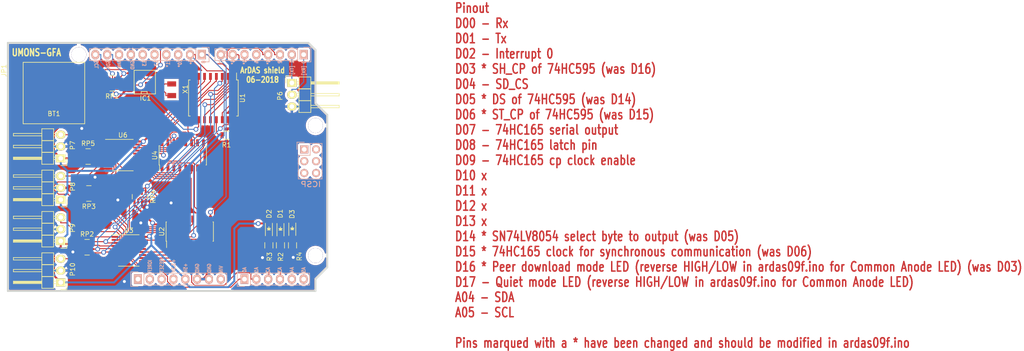
<source format=kicad_pcb>
(kicad_pcb (version 20221018) (generator pcbnew)
  (title_block (title "ArDAS_shield") (date "2016-01-13") (rev "0.49") (company "UMONS-GFA") (comment 1 "O.KAUFMANN"))
  (layers (0 "F.Cu" signal "Front") (31 "B.Cu" signal "Back") (34 "B.Paste" user) (35 "F.Paste" user) (36 "B.SilkS" user "B.Silkscreen") (37 "F.SilkS" user "F.Silkscreen") (38 "B.Mask" user) (39 "F.Mask" user) (44 "Edge.Cuts" user))
  (net 0 "")
  (net 1 "GND")
  (net 2 "Net-(BT1-Pad1)")
  (net 3 "+5V")
  (net 4 "D17")
  (net 5 "D03")
  (net 6 "D02")
  (net 7 "A05")
  (net 8 "A04")
  (net 9 "Net-(IC1-Pad2)")
  (net 10 "Net-(IC1-Pad1)")
  (net 11 "D08")
  (net 12 "D09")
  (net 13 "D00")
  (net 14 "D01")
  (net 15 "D05")
  (net 16 "D14")
  (net 17 "D15")
  (net 18 "D16")
  (net 19 "CH4")
  (net 20 "CH3")
  (net 21 "CH2")
  (net 22 "CH1")
  (net 23 "Net-(R1-Pad2)")
  (net 24 "Net-(RP2-Pad7)")
  (net 25 "Net-(RP2-Pad8)")
  (net 26 "Net-(RP2-Pad5)")
  (net 27 "Net-(RP2-Pad6)")
  (net 28 "Net-(RP3-Pad1)")
  (net 29 "Net-(RP3-Pad4)")
  (net 30 "Net-(RP3-Pad2)")
  (net 31 "Net-(RP3-Pad3)")
  (net 32 "Net-(RP5-Pad7)")
  (net 33 "Net-(RP5-Pad8)")
  (net 34 "Net-(RP5-Pad5)")
  (net 35 "Net-(RP5-Pad6)")
  (net 36 "D06")
  (net 37 "Net-(U2-Pad3)")
  (net 38 "Net-(U2-Pad4)")
  (net 39 "Net-(U2-Pad5)")
  (net 40 "Net-(U2-Pad6)")
  (net 41 "D07")
  (net 42 "Net-(U2-Pad10)")
  (net 43 "Net-(U2-Pad11)")
  (net 44 "Net-(U2-Pad12)")
  (net 45 "Net-(U2-Pad13)")
  (net 46 "Net-(U2-Pad14)")
  (net 47 "Net-(U4-Pad14)")
  (net 48 "Net-(U4-Pad13)")
  (net 49 "Net-(U4-Pad12)")
  (net 50 "Net-(U4-Pad11)")
  (net 51 "Net-(U4-Pad6)")
  (net 52 "Net-(U4-Pad5)")
  (net 53 "Net-(U4-Pad4)")
  (net 54 "Net-(U4-Pad3)")
  (net 55 "Net-(RP1-Pad8)")
  (net 56 "Net-(RP4-Pad4)")
  (net 57 "Net-(RP4-Pad6)")
  (net 58 "Net-(D1-Pad1)")
  (net 59 "Net-(D2-Pad1)")
  (net 60 "Net-(D3-Pad1)")
  (footprint "kicad-gfa local:MountingHole_125mil" (layer "F.Cu") (at 62.2935 70.7263)
    (fp_text reference "V6" hide)
    (fp_text value "")
  )
  (footprint "kicad-gfa local:MountingHole_125mil" (layer "F.Cu") (at 113.094 113.906)
    (fp_text reference "V5" hide)
    (fp_text value "")
  )
  (footprint "kicad-gfa local:MountingHole_125mil" (layer "F.Cu") (at 113.094 85.9663)
    (fp_text reference "V4" hide)
    (fp_text value "")
  )
  (footprint "kicad-gfa local:R_Array_Convex_4x0603" (layer "F.Cu") (at 69.469 76.8858 180)
    (fp_text reference "RP1")
    (fp_text value "R_4x4.7k")
  )
  (footprint "kicad-gfa local:R_Array_Convex_4x0603" (layer "F.Cu") (at 64.0715 112.128)
    (fp_text reference "RP2")
    (fp_text value "R_4x10k")
  )
  (footprint "kicad-gfa local:R_Array_Convex_4x0603" (layer "F.Cu") (at 64.4525 100.571 180)
    (fp_text reference "RP3")
    (fp_text value "R_4x10k")
  )
  (footprint "kicad-gfa local:R_Array_Convex_4x0603" (layer "F.Cu") (at 75.438 101.27 -90)
    (fp_text reference "RP4")
    (fp_text value "R_4x10k")
  )
  (footprint "kicad-gfa local:R_Array_Convex_4x0603" (layer "F.Cu") (at 64.2874 92.6338)
    (fp_text reference "RP5")
    (fp_text value "R_4x10k")
  )
  (footprint "kicad-gfa local:BATTERY_KEYSTONE_12mm" (layer "F.Cu") (at 56.9595 78.9813)
    (fp_text reference "BT1")
    (fp_text value "Battery" hide)
  )
  (footprint "kicad-gfa local:SOIC-8-N" (layer "F.Cu") (at 76.454 76.6318 90)
    (fp_text reference "IC1")
    (fp_text value "DS1307" hide)
  )
  (footprint "kicad-gfa local:small_no_jumper" (layer "F.Cu") (at 48.768 74.1553 -90)
    (fp_text reference "JP1")
    (fp_text value "Jumper_NO_Small" hide)
  )
  (footprint "kicad-gfa local:Pin_Header_Angled_1x03" (layer "F.Cu") (at 108.026 76.8096)
    (fp_text reference "P6")
    (fp_text value "TTL_COMM" hide)
  )
  (footprint "kicad-gfa local:Pin_Header_Angled_1x03" (layer "F.Cu") (at 58.42 93.0148 180)
    (fp_text reference "P7")
    (fp_text value "CONN_01X03" hide)
  )
  (footprint "kicad-gfa local:Pin_Header_Angled_1x03" (layer "F.Cu") (at 58.42 101.905 180)
    (fp_text reference "P8")
    (fp_text value "CONN_01X03" hide)
  )
  (footprint "kicad-gfa local:Pin_Header_Angled_1x03" (layer "F.Cu") (at 58.42 110.795 180)
    (fp_text reference "P9")
    (fp_text value "CONN_01X03" hide)
  )
  (footprint "kicad-gfa local:Pin_Header_Angled_1x03" (layer "F.Cu") (at 58.42 119.685 180)
    (fp_text reference "P10")
    (fp_text value "CONN_01X03" hide)
  )
  (footprint "kicad-gfa local:R_0805" (layer "F.Cu") (at 93.9927 88.0491 180)
    (fp_text reference "R1")
    (fp_text value "10k")
  )
  (footprint "kicad-gfa local:R_0805" (layer "F.Cu") (at 105.5751 111.7219 -90)
    (fp_text reference "R2")
    (fp_text value "150 Ohm")
  )
  (footprint "kicad-gfa local:R_0805" (layer "F.Cu") (at 103.0859 111.7219 -90)
    (fp_text reference "R3")
    (fp_text value "150 Ohm")
  )
  (footprint "kicad-gfa local:R_0805" (layer "F.Cu") (at 108.1659 111.7219 -90)
    (fp_text reference "R4")
    (fp_text value "160 Ohm")
  )
  (footprint "kicad-gfa local:SOIC-16_7.5x10.3mm_Pitch1.27mm" (layer "F.Cu") (at 91.186 80.0608 -90)
    (fp_text reference "U1")
    (fp_text value "74HC595")
  )
  (footprint "kicad-gfa local:SOIC-16_3.9x9.9mm_Pitch1.27mm" (layer "F.Cu") (at 86.106 108.763 90)
    (fp_text reference "U2")
    (fp_text value "74HC165")
  )
  (footprint "kicad-gfa local:TSSOP-20_4.4x6.5mm_Pitch0.65mm" (layer "F.Cu") (at 73.025 112.827)
    (fp_text reference "U3")
    (fp_text value "SN74LV8154")
  )
  (footprint "kicad-gfa local:SOIC-16_3.9x9.9mm_Pitch1.27mm" (layer "F.Cu") (at 84.6074 92.3798 90)
    (fp_text reference "U4")
    (fp_text value "74HC165")
  )
  (footprint "kicad-gfa local:TSSOP-20_4.4x6.5mm_Pitch0.65mm" (layer "F.Cu") (at 71.755 92.329)
    (fp_text reference "U6")
    (fp_text value "SN74LV8154")
  )
  (footprint "kicad-gfa local:XTAL_ABRACON_ABS07" (layer "F.Cu") (at 82.2325 78.2828 90)
    (fp_text reference "X1")
    (fp_text value "CRYSTAL" hide)
  )
  (footprint "kicad-gfa local:LED-0805" (layer "F.Cu") (at 103.0859 108.0643 90)
    (fp_text reference "D2")
    (fp_text value "LED Yellow" hide)
  )
  (footprint "kicad-gfa local:LED-0805" (layer "F.Cu") (at 108.1151 108.0135 90)
    (fp_text reference "D3")
    (fp_text value "LED Red" hide)
  )
  (footprint "kicad-gfa local:LED-0805" (layer "F.Cu") (at 105.5751 108.1151 90)
    (fp_text reference "D1")
    (fp_text value "LED Green" hide)
  )
  (footprint "kicad-gfa local:Pin_Header_Straight_1x10" (layer "B.Cu") (at 88.7095 70.7263 90)
    (fp_text reference "P1")
    (fp_text value "CONN_10" hide)
  )
  (footprint "kicad-gfa local:Pin_Header_Straight_1x08" (layer "B.Cu") (at 74.9935 118.986 -90)
    (fp_text reference "P2" hide)
    (fp_text value "CONN_8" hide)
  )
  (footprint "kicad-gfa local:Pin_Header_Straight_1x08" (layer "B.Cu") (at 110.554 70.7263 90)
    (fp_text reference "P3" hide)
    (fp_text value "CONN_8" hide)
  )
  (footprint "kicad-gfa local:Socket_Strip_Straight_2x03" (layer "B.Cu") (at 110.68 91.0971 -90)
    (fp_text reference "P4" hide)
    (fp_text value "CONN_ICSP" hide)
  )
  (footprint "kicad-gfa local:Pin_Header_Straight_1x06" (layer "B.Cu") (at 97.8535 118.986 -90)
    (fp_text reference "P5")
    (fp_text value "CONN_6" hide)
  )
  (gr_line (start 47.0535 121.5263) (end 113.0935 121.5263) (stroke (width 0.381)) (layer "Edge.Cuts"))
  (gr_line (start 113.0935 121.5263) (end 113.0935 118.9863) (stroke (width 0.381)) (layer "Edge.Cuts"))
  (gr_line (start 113.0935 69.7103) (end 111.5695 68.1863) (stroke (width 0.381)) (layer "Edge.Cuts"))
  (gr_line (start 113.0935 118.9863) (end 115.6335 116.4463) (stroke (width 0.381)) (layer "Edge.Cuts"))
  (gr_line (start 115.6335 116.4463) (end 115.6335 83.6803) (stroke (width 0.381)) (layer "Edge.Cuts"))
  (gr_line (start 111.5695 68.1863) (end 47.0535 68.1863) (stroke (width 0.381)) (layer "Edge.Cuts"))
  (gr_line (start 113.0935 81.1403) (end 113.0935 69.7103) (stroke (width 0.381)) (layer "Edge.Cuts"))
  (gr_line (start 47.0535 68.1863) (end 47.0535 121.5263) (stroke (width 0.381)) (layer "Edge.Cuts"))
  (gr_line (start 115.6335 83.6803) (end 113.0935 81.1403) (stroke (width 0.381)) (layer "Edge.Cuts"))
  (gr_text "Pinout\nD00 - Rx\nD01 - Tx\nD02 - Interrupt 0\nD03 * SH_CP of 74HC595 (was D16)\nD04 - SD_CS\nD05 * DS of 74HC595 (was D14)\nD06 * ST_CP of 74HC595 (was D15)\nD07 - 74HC165 serial output\nD08 - 74HC165 latch pin\nD09 - 74HC165 cp clock enable\nD10 x\nD11 x\nD12 x\nD13 x\nD14 * SN74LV8054 select byte to output (was D05)\nD15 * 74HC165 clock for synchronous communication (was D06)\nD16 * Peer download mode LED (reverse HIGH/LOW in ardas09f.ino for Common Anode LED) (was D03)\nD17 - Quiet mode LED (reverse HIGH/LOW in ardas09f.ino for Common Anode LED)\nA04 - SDA\nA05 - SCL\n\nPins marqued with a * have been changed and should be modified in ardas09f.ino" (at 142.875 96.6978) (layer "F.Cu") (effects (font (size 2.032 1.524) (thickness 0.3048)) (justify left)))
  (gr_text "AREF" (at 71.01586 72.94626 90) (layer "B.SilkS") (effects (font (size 0.635 0.508) (thickness 0.127)) (justify mirror)))
  (gr_text "+5V" (at 85.1916 116.54536 90) (layer "B.SilkS") (effects (font (size 0.762 0.635) (thickness 0.16002)) (justify mirror)))
  (gr_text "2" (at 105.49128 72.32142 90) (layer "B.SilkS") (effects (font (size 0.762 0.635) (thickness 0.16002)) (justify mirror)))
  (gr_text "IOREF" (at 77.56652 116.19484 90) (layer "B.SilkS") (effects (font (size 0.762 0.635) (thickness 0.16002)) (justify mirror)))
  (gr_text "8" (at 89.0778 72.29602 90) (layer "B.SilkS") (effects (font (size 0.762 0.635) (thickness 0.16002)) (justify mirror)))
  (gr_text "GND" (at 90.29192 116.62156 90) (layer "B.SilkS") (effects (font (size 0.762 0.635) (thickness 0.16002)) (justify mirror)))
  (gr_text "6*" (at 95.39986 72.32142 90) (layer "B.SilkS") (effects (font (size 0.762 0.635) (thickness 0.16002)) (justify mirror)))
  (gr_text "0 [RX]" (at 110.5916 73.61936 90) (layer "B.SilkS") (effects (font (size 0.762 0.635) (thickness 0.16002)) (justify mirror)))
  (gr_text "SDA" (at 68.61556 72.89546 90) (layer "B.SilkS") (effects (font (size 0.762 0.635) (thickness 0.16002)) (justify mirror)))
  (gr_text "GND" (at 87.71636 116.62156 90) (layer "B.SilkS") (effects (font (size 0.762 0.635) (thickness 0.16002)) (justify mirror)))
  (gr_text "11*" (at 81.4578 72.59574 90) (layer "B.SilkS") (effects (font (size 0.762 0.635) (thickness 0.16002)) (justify mirror)))
  (gr_text "13" (at 76.3778 72.59574 90) (layer "B.SilkS") (effects (font (size 0.762 0.635) (thickness 0.16002)) (justify mirror)))
  (gr_text "GND" (at 73.8378 72.97166 90) (layer "B.SilkS") (effects (font (size 0.762 0.635) (thickness 0.16002)) (justify mirror)))
  (gr_text "A5" (at 110.5408 116.99494 90) (layer "B.SilkS") (effects (font (size 0.762 0.635) (thickness 0.16002)) (justify mirror)))
  (gr_text "A1" (at 100.39096 116.99494 90) (layer "B.SilkS") (effects (font (size 0.762 0.635) (thickness 0.16002)) (justify mirror)))
  (gr_text "9*" (at 86.5378 72.29602 90) (layer "B.SilkS") (effects (font (size 0.762 0.635) (thickness 0.16002)) (justify mirror)))
  (gr_text "VIN" (at 92.81668 116.87048 90) (layer "B.SilkS") (effects (font (size 0.762 0.635) (thickness 0.16002)) (justify mirror)))
  (gr_text "SCL" (at 66.1162 72.87006 90) (layer "B.SilkS") (effects (font (size 0.762 0.635) (thickness 0.16002)) (justify mirror)))
  (gr_text "1 [TX]" (at 108.04144 73.5203 90) (layer "B.SilkS") (effects (font (size 0.762 0.635) (thickness 0.16002)) (justify mirror)))
  (gr_text "A3" (at 105.44048 116.99494 90) (layer "B.SilkS") (effects (font (size 0.762 0.635) (thickness 0.16002)) (justify mirror)))
  (gr_text "A2" (at 102.91572 117.02034 90) (layer "B.SilkS") (effects (font (size 0.762 0.635) (thickness 0.16002)) (justify mirror)))
  (gr_text "5*" (at 97.93986 72.32142 90) (layer "B.SilkS") (effects (font (size 0.762 0.635) (thickness 0.16002)) (justify mirror)))
  (gr_text "10*" (at 83.9978 72.59574 90) (layer "B.SilkS") (effects (font (size 0.762 0.635) (thickness 0.16002)) (justify mirror)))
  (gr_text "ICSP" (at 112.0775 98.6028) (layer "B.SilkS") (effects (font (size 1.143 1.27) (thickness 0.1905)) (justify mirror)))
  (gr_text "A4" (at 108.04144 116.96954 90) (layer "B.SilkS") (effects (font (size 0.762 0.635) (thickness 0.16002)) (justify mirror)))
  (gr_text "A0" (at 97.8662 116.99494 90) (layer "B.SilkS") (effects (font (size 0.762 0.635) (thickness 0.16002)) (justify mirror)))
  (gr_text "4" (at 100.47986 72.34682 90) (layer "B.SilkS") (effects (font (size 0.762 0.635) (thickness 0.16002)) (justify mirror)))
  (gr_text "+3.3V" (at 82.64144 116.09578 90) (layer "B.SilkS") (effects (font (size 0.762 0.635) (thickness 0.16002)) (justify mirror)))
  (gr_text "7" (at 92.85986 72.34682 90) (layer "B.SilkS") (effects (font (size 0.762 0.635) (thickness 0.16002)) (justify mirror)))
  (gr_text "RESET" (at 80.11668 116.09578 90) (layer "B.SilkS") (effects (font (size 0.762 0.635) (thickness 0.16002)) (justify mirror)))
  (gr_text "12" (at 78.9178 72.59574 90) (layer "B.SilkS") (effects (font (size 0.762 0.635) (thickness 0.16002)) (justify mirror)))
  (gr_text "3*" (at 103.01986 72.32142 90) (layer "B.SilkS") (effects (font (size 0.762 0.635) (thickness 0.16002)) (justify mirror)))
  (gr_text "UMONS-GFA" (at 53.213 70.2818) (layer "F.SilkS") (effects (font (size 1.524 1.143) (thickness 0.28575))))
  (gr_text "ArDAS shield\n06-2018" (at 101.727 75.1078) (layer "F.SilkS") (effects (font (size 1.25 1) (thickness 0.25))))
  (segment (start 91.5002 99.4283) (end 91.5002 99.1743) (width 0.4064) (layer "F.Cu") (net 1))
  (segment (start 89.7814 95.0798) (end 94.9427 89.9185) (width 0.4064) (layer "F.Cu") (net 1))
  (segment (start 94.9427 89.9185) (end 94.9427 88.0491) (width 0.4064) (layer "F.Cu") (net 1))
  (segment (start 65.65085 97.19765) (end 63.4775 99.371) (width 0.4064) (layer "F.Cu") (net 1))
  (segment (start 65.77785 97.07065) (end 65.65085 97.19765) (width 0.4064) (layer "F.Cu") (net 1))
  (segment (start 75.6038 106.8966) (end 75.6285 106.9213) (width 0.4064) (layer "F.Cu") (net 1))
  (segment (start 67.55725 117.13805) (end 68.9433 115.752) (width 0.4064) (layer "F.Cu") (net 1))
  (segment (start 69.71625 117.13805) (end 72.0725 119.4943) (width 0.4064) (layer "F.Cu") (net 1))
  (segment (start 91.5002 99.1743) (end 91.5002 98.6843) (width 0.4064) (layer "F.Cu") (net 1))
  (segment (start 98.5545 101.2723) (end 98.6155 101.3333) (width 0.4064) (layer "F.Cu") (net 1))
  (segment (start 91.5002 99.8093) (end 91.5002 99.4283) (width 0.4064) (layer "F.Cu") (net 1))
  (segment (start 98.5545 99.8093) (end 98.4885 99.8753) (width 0.4064) (layer "F.Cu") (net 1))
  (segment (start 98.4885 99.8753) (end 98.4885 99.9363) (width 0.4064) (layer "F.Cu") (net 1))
  (segment (start 98.4885 99.9363) (end 98.5545 99.9363) (width 0.4064) (layer "F.Cu") (net 1))
  (segment (start 98.5545 101.2723) (end 98.5545 99.9363) (width 0.4064) (layer "F.Cu") (net 1))
  (segment (start 108.1659 114.1603) (end 108.3183 114.3127) (width 0.4064) (layer "F.Cu") (net 1))
  (segment (start 99.3267 114.3635) (end 98.6155 113.6523) (width 0.4064) (layer "F.Cu") (net 1))
  (segment (start 98.6155 113.6523) (end 98.6155 101.3333) (width 0.4064) (layer "F.Cu") (net 1))
  (segment (start 86.741 75.4108) (end 86.741 74.2541) (width 0.4064) (layer "F.Cu") (net 1))
  (segment (start 79.629 74.7268) (end 80.6072 74.7268) (width 0.4064) (layer "F.Cu") (net 1))
  (segment (start 79.629 74.7268) (end 78.6508 74.7268) (width 0.4064) (layer "F.Cu") (net 1))
  (segment (start 90.551 111.463) (end 90.551 112.6238) (width 0.4064) (layer "F.Cu") (net 1))
  (segment (start 90.551 111.463) (end 90.551 110.3063) (width 0.4064) (layer "F.Cu") (net 1))
  (segment (start 76.638 103.2267) (end 75.838 103.2267) (width 0.4064) (layer "F.Cu") (net 1))
  (segment (start 90.551 112.6238) (end 89.7255 113.4493) (width 0.4064) (layer "F.Cu") (net 1))
  (segment (start 89.0524 95.0798) (end 89.0524 96.2365) (width 0.4064) (layer "F.Cu") (net 1))
  (segment (start 81.0799 74.2541) (end 86.741 74.2541) (width 0.4064) (layer "F.Cu") (net 1))
  (segment (start 65.2919 73.0356) (end 59.3462 78.9813) (width 0.4064) (layer "F.Cu") (net 1))
  (segment (start 91.5002 99.8093) (end 98.5545 99.8093) (width 0.4064) (layer "F.Cu") (net 1))
  (segment (start 56.9595 78.9813) (end 59.3462 78.9813) (width 0.4064) (layer "F.Cu") (net 1))
  (segment (start 67.55725 117.13805) (end 69.71625 117.13805) (width 0.4064) (layer "F.Cu") (net 1))
  (segment (start 62.4958 101.3709) (end 62.8957 100.971) (width 0.4064) (layer "F.Cu") (net 1))
  (segment (start 89.7255 115.126) (end 89.7255 116.8027) (width 0.4064) (layer "F.Cu") (net 1))
  (segment (start 63.4775 99.371) (end 62.9867 99.371) (width 0.4064) (layer "F.Cu") (net 1))
  (segment (start 62.8957 100.971) (end 62.9867 100.971) (width 0.4064) (layer "F.Cu") (net 1))
  (segment (start 68.805 95.254) (end 67.5945 95.254) (width 0.4064) (layer "F.Cu") (net 1))
  (segment (start 101.7143 114.3635) (end 99.3267 114.3635) (width 0.4064) (layer "F.Cu") (net 1))
  (segment (start 56.9595 78.9813) (end 54.5728 78.9813) (width 0.4064) (layer "F.Cu") (net 1))
  (segment (start 89.7255 114.77) (end 89.7255 113.4493) (width 0.4064) (layer "F.Cu") (net 1))
  (segment (start 89.0524 95.0798) (end 89.7814 95.0798) (width 0.4064) (layer "F.Cu") (net 1))
  (segment (start 58.42 117.145) (end 67.5503 117.145) (width 0.4064) (layer "F.Cu") (net 1))
  (segment (start 54.5728 78.6901) (end 54.5728 78.9813) (width 0.4064) (layer "F.Cu") (net 1))
  (segment (start 63.4775 101.771) (end 62.4958 101.771) (width 0.4064) (layer "F.Cu") (net 1))
  (segment (start 62.9867 100.171) (end 62.9867 100.971) (width 0.4064) (layer "F.Cu") (net 1))
  (segment (start 76.9537 103.5424) (end 76.638 103.2267) (width 0.4064) (layer "F.Cu") (net 1))
  (segment (start 62.4898 99.365) (end 62.4958 99.371) (width 0.4064) (layer "F.Cu") (net 1))
  (segment (start 62.4958 101.771) (end 62.4958 101.3709) (width 0.4064) (layer "F.Cu") (net 1))
  (segment (start 62.9867 99.371) (end 62.9867 100.171) (width 0.4064) (layer "F.Cu") (net 1))
  (segment (start 76.638 102.245) (end 76.638 103.2267) (width 0.4064) (layer "F.Cu") (net 1))
  (segment (start 87.6935 118.986) (end 88.9638 118.986) (width 0.4064) (layer "F.Cu") (net 1))
  (segment (start 89.5987 118.3511) (end 88.9638 118.986) (width 0.4064) (layer "F.Cu") (net 1))
  (segment (start 89.7255 114.77) (end 89.7255 115.126) (width 0.4064) (layer "F.Cu") (net 1))
  (segment (start 90.551 110.3063) (end 91.5002 109.3571) (width 0.4064) (layer "F.Cu") (net 1))
  (segment (start 75.838 102.245) (end 75.838 103.2267) (width 0.4064) (layer "F.Cu") (net 1))
  (segment (start 62.9867 99.371) (end 62.4958 99.371) (width 0.4064) (layer "F.Cu") (net 1))
  (segment (start 62.9867 100.971) (end 63.4775 100.971) (width 0.4064) (layer "F.Cu") (net 1))
  (segment (start 63.4775 100.171) (end 62.9867 100.171) (width 0.4064) (layer "F.Cu") (net 1))
  (segment (start 70.075 115.752) (end 68.9433 115.752) (width 0.4064) (layer "F.Cu") (net 1))
  (segment (start 89.7255 118.2243) (end 89.5987 118.3511) (width 0.4064) (layer "F.Cu") (net 1))
  (segment (start 90.2335 118.986) (end 89.5987 118.3511) (width 0.4064) (layer "F.Cu") (net 1))
  (segment (start 48.768 72.8853) (end 54.5728 78.6901) (width 0.4064) (layer "F.Cu") (net 1))
  (segment (start 67.5503 117.145) (end 67.55725 117.13805) (width 0.4064) (layer "F.Cu") (net 1))
  (segment (start 91.5002 98.6843) (end 89.0524 96.2365) (width 0.4064) (layer "F.Cu") (net 1))
  (segment (start 76.9596 73.0356) (end 73.4695 73.0356) (width 0.4064) (layer "F.Cu") (net 1))
  (segment (start 73.4695 70.7263) (end 73.4695 73.0356) (width 0.4064) (layer "F.Cu") (net 1))
  (segment (start 91.5002 109.3571) (end 91.5002 99.8093) (width 0.4064) (layer "F.Cu") (net 1))
  (segment (start 78.6508 74.7268) (end 76.9596 73.0356) (width 0.4064) (layer "F.Cu") (net 1))
  (segment (start 108.1659 112.6719) (end 108.1659 114.1603) (width 0.4064) (layer "F.Cu") (net 1))
  (segment (start 73.4695 73.0356) (end 65.2919 73.0356) (width 0.4064) (layer "F.Cu") (net 1))
  (segment (start 89.7255 116.8027) (end 89.7255 118.2243) (width 0.4064) (layer "F.Cu") (net 1))
  (segment (start 58.42 99.365) (end 62.4898 99.365) (width 0.4064) (layer "F.Cu") (net 1))
  (segment (start 67.5945 95.254) (end 65.77785 97.07065) (width 0.4064) (layer "F.Cu") (net 1))
  (segment (start 80.6072 74.7268) (end 81.0799 74.2541) (width 0.4064) (layer "F.Cu") (net 1))
  (via (at 72.0725 119.4943) (size 1) (drill 0.635) (layers "F.Cu" "B.Cu") (net 1))
  (via (at 65.77785 97.07065) (size 1) (drill 0.635) (layers "F.Cu" "B.Cu") (net 1))
  (via (at 62.9285 86.6013) (size 1) (drill 0.635) (layers "F.Cu" "B.Cu") (net 1))
  (via (at 75.6038 106.8966) (size 1) (drill 0.635) (layers "F.Cu" "B.Cu") (net 1))
  (via (at 108.3183 114.3127) (size 1) (drill 0.635) (layers "F.Cu" "B.Cu") (net 1))
  (via (at 101.7143 114.3635) (size 1) (drill 0.635) (layers "F.Cu" "B.Cu") (net 1))
  (via (at 82.1055 102.6033) (size 1) (drill 0.635) (layers "F.Cu" "B.Cu") (net 1))
  (via (at 76.9537 103.5424) (size 1) (drill 0.635) (layers "F.Cu" "B.Cu") (net 1))
  (via (at 61.0235 113.1443) (size 1) (drill 0.635) (layers "F.Cu" "B.Cu") (net 1))
  (via (at 70.6755 101.9683) (size 1) (drill 0.635) (layers "F.Cu" "B.Cu") (net 1))
  (segment (start 62.0847 87.4451) (end 62.9285 86.6013) (width 0.4064) (layer "B.Cu") (net 1))
  (segment (start 78.0415 105.5467) (end 76.9537 105.5467) (width 0.4064) (layer "B.Cu") (net 1))
  (segment (start 79.1621 105.5467) (end 82.1055 102.6033) (width 0.4064) (layer "B.Cu") (net 1))
  (segment (start 65.77785 97.07065) (end 70.6755 101.9683) (width 0.4064) (layer "B.Cu") (net 1))
  (segment (start 75.6038 106.8966) (end 67.8916 114.6088) (width 0.4064) (layer "B.Cu") (net 1))
  (segment (start 59.612 113.2646) (end 60.9562 114.6088) (width 0.4064) (layer "B.Cu") (net 1))
  (segment (start 60.9032 113.2646) (end 61.0235 113.1443) (width 0.4064) (layer "B.Cu") (net 1))
  (segment (start 108.3183 114.3127) (end 108.2675 114.3635) (width 0.4064) (layer "B.Cu") (net 1))
  (segment (start 108.2675 114.3635) (end 101.7143 114.3635) (width 0.4064) (layer "B.Cu") (net 1))
  (segment (start 56.9972 109.6778) (end 56.9972 111.8715) (width 0.4064) (layer "B.Cu") (net 1))
  (segment (start 56.9972 100.7878) (end 58.42 99.365) (width 0.4064) (layer "B.Cu") (net 1))
  (segment (start 56.9972 111.8715) (end 58.3903 113.2646) (width 0.4064) (layer "B.Cu") (net 1))
  (segment (start 78.0415 105.5467) (end 79.1621 105.5467) (width 0.4064) (layer "B.Cu") (net 1))
  (segment (start 60.9562 114.6088) (end 60.689 114.876) (width 0.4064) (layer "B.Cu") (net 1))
  (segment (start 58.42 99.365) (end 56.9972 97.9422) (width 0.4064) (layer "B.Cu") (net 1))
  (segment (start 61.4497 87.4451) (end 62.0847 87.4451) (width 0.4064) (layer "B.Cu") (net 1))
  (segment (start 56.9972 106.8322) (end 56.9972 100.7878) (width 0.4064) (layer "B.Cu") (net 1))
  (segment (start 61.4497 86.6694) (end 73.4695 74.6496) (width 0.4064) (layer "B.Cu") (net 1))
  (segment (start 58.42 108.255) (end 56.9972 109.6778) (width 0.4064) (layer "B.Cu") (net 1))
  (segment (start 76.9537 105.5467) (end 76.9537 103.5424) (width 0.4064) (layer "B.Cu") (net 1))
  (segment (start 56.9972 97.9422) (end 56.9972 91.8976) (width 0.4064) (layer "B.Cu") (net 1))
  (segment (start 73.4695 74.6496) (end 73.4695 70.7263) (width 0.4064) (layer "B.Cu") (net 1))
  (segment (start 58.3903 113.2646) (end 58.4835 113.2646) (width 0.4064) (layer "B.Cu") (net 1))
  (segment (start 87.6935 118.986) (end 87.6935 115.1579) (width 0.4064) (layer "B.Cu") (net 1))
  (segment (start 59.612 113.2646) (end 60.9032 113.2646) (width 0.4064) (layer "B.Cu") (net 1))
  (segment (start 61.4497 87.4451) (end 61.4497 86.6694) (width 0.4064) (layer "B.Cu") (net 1))
  (segment (start 58.4835 113.2646) (end 59.612 113.2646) (width 0.4064) (layer "B.Cu") (net 1))
  (segment (start 58.42 108.255) (end 56.9972 106.8322) (width 0.4064) (layer "B.Cu") (net 1))
  (segment (start 58.42 90.4748) (end 61.4497 87.4451) (width 0.4064) (layer "B.Cu") (net 1))
  (segment (start 67.8916 114.6088) (end 60.9562 114.6088) (width 0.4064) (layer "B.Cu") (net 1))
  (segment (start 78.0823 105.5467) (end 78.0415 105.5467) (width 0.4064) (layer "B.Cu") (net 1))
  (segment (start 56.9972 91.8976) (end 58.42 90.4748) (width 0.4064) (layer "B.Cu") (net 1))
  (segment (start 60.689 114.876) (end 58.42 117.145) (width 0.4064) (layer "B.Cu") (net 1))
  (segment (start 87.6935 115.1579) (end 78.0823 105.5467) (width 0.4064) (layer "B.Cu") (net 1))
  (segment (start 76.9537 105.5467) (end 75.6038 106.8966) (width 0.4064) (layer "B.Cu") (net 1))
  (segment (start 51.81895 79.80975) (end 54.5465 82.5373) (width 0.2032) (layer "F.Cu") (net 2))
  (segment (start 54.5465 82.5373) (end 59.3725 82.5373) (width 0.2032) (layer "F.Cu") (net 2))
  (segment (start 59.3725 82.5373) (end 61.9125 79.9973) (width 0.2032) (layer "F.Cu") (net 2))
  (segment (start 61.9125 79.9973) (end 61.9125 80.0032) (width 0.2032) (layer "F.Cu") (net 2))
  (segment (start 61.9125 80.0032) (end 62.9344 78.9813) (width 0.2032) (layer "F.Cu") (net 2))
  (segment (start 50.9846 78.9813) (end 51.81305 79.80975) (width 0.2032) (layer "F.Cu") (net 2))
  (segment (start 64.8295 78.9813) (end 62.9344 78.9813) (width 0.2032) (layer "F.Cu") (net 2))
  (segment (start 76.5716 75.9968) (end 74.5219 73.9471) (width 0.2032) (layer "F.Cu") (net 2))
  (segment (start 48.768 76.7304) (end 49.0895 77.0519) (width 0.2032) (layer "F.Cu") (net 2))
  (segment (start 74.5219 73.9471) (end 67.9686 73.9471) (width 0.2032) (layer "F.Cu") (net 2))
  (segment (start 64.8295 78.9813) (end 64.8295 77.0862) (width 0.2032) (layer "F.Cu") (net 2))
  (segment (start 49.0895 77.0519) (end 49.0895 78.9813) (width 0.2032) (layer "F.Cu") (net 2))
  (segment (start 48.768 75.4253) (end 48.768 76.7304) (width 0.2032) (layer "F.Cu") (net 2))
  (segment (start 51.81305 79.80975) (end 51.81895 79.80975) (width 0.2032) (layer "F.Cu") (net 2))
  (segment (start 79.629 75.9968) (end 76.5716 75.9968) (width 0.2032) (layer "F.Cu") (net 2))
  (segment (start 49.0895 78.9813) (end 50.9846 78.9813) (width 0.2032) (layer "F.Cu") (net 2))
  (segment (start 67.9686 73.9471) (end 64.8295 77.0862) (width 0.2032) (layer "F.Cu") (net 2))
  (segment (start 67.6366 83.1713) (end 70.6845 80.1234) (width 0.4064) (layer "F.Cu") (net 3))
  (segment (start 105.6767 106.96448) (end 105.5751 107.06608) (width 0.4064) (layer "F.Cu") (net 3))
  (segment (start 105.5243 107.01528) (end 105.5751 107.06608) (width 0.4064) (layer "F.Cu") (net 3))
  (segment (start 100.7999 107.0483) (end 100.83292 107.01528) (width 0.4064) (layer "F.Cu") (net 3))
  (segment (start 100.83292 107.01528) (end 103.0859 107.01528) (width 0.4064) (layer "F.Cu") (net 3))
  (segment (start 105.5751 93.5355) (end 105.5751 107.06608) (width 0.4064) (layer "F.Cu") (net 3))
  (segment (start 101.5256 84.7108) (end 105.5751 88.7603) (width 0.4064) (layer "F.Cu") (net 3))
  (segment (start 105.5751 88.7603) (end 105.5751 93.5355) (width 0.4064) (layer "F.Cu") (net 3))
  (segment (start 78.1196 106.9085) (end 74.4378 103.2267) (width 0.4064) (layer "F.Cu") (net 3))
  (segment (start 63.0965 110.928) (end 63.0965 111.728) (width 0.4064) (layer "F.Cu") (net 3))
  (segment (start 56.9915 118.2565) (end 56.9915 113.4938) (width 0.4064) (layer "F.Cu") (net 3))
  (segment (start 67.5123 76.4858) (end 67.5123 77.2858) (width 0.4064) (layer "F.Cu") (net 3))
  (segment (start 70.444 78.0858) (end 71.4257 78.0858) (width 0.4064) (layer "F.Cu") (net 3))
  (segment (start 75.038 100.8701) (end 74.238 101.6701) (width 0.4064) (layer "F.Cu") (net 3))
  (segment (start 64.4644 83.1713) (end 67.6366 83.1713) (width 0.4064) (layer "F.Cu") (net 3))
  (segment (start 62.3117 93.0148) (end 58.42 93.0148) (width 0.4064) (layer "F.Cu") (net 3))
  (segment (start 58.42 110.795) (end 58.42 111.4301) (width 0.4064) (layer "F.Cu") (net 3))
  (segment (start 81.661 107.2197) (end 78.4308 107.2197) (width 0.4064) (layer "F.Cu") (net 3))
  (segment (start 56.9915 113.4938) (end 58.42 112.0653) (width 0.4064) (layer "F.Cu") (net 3))
  (segment (start 77.2319 109.7768) (end 77.4423 109.7768) (width 0.4064) (layer "F.Cu") (net 3))
  (segment (start 108.1151 106.96448) (end 105.6767 106.96448) (width 0.4064) (layer "F.Cu") (net 3))
  (segment (start 63.0965 111.728) (end 63.0965 112.528) (width 0.4064) (layer "F.Cu") (net 3))
  (segment (start 56.9772 87.3706) (end 61.1765 83.1713) (width 0.4064) (layer "F.Cu") (net 3))
  (segment (start 68.494 77.2858) (end 67.5123 77.2858) (width 0.4064) (layer "F.Cu") (net 3))
  (segment (start 77.1067 109.902) (end 77.2319 109.7768) (width 0.4064) (layer "F.Cu") (net 3))
  (segment (start 63.3124 93.0338) (end 63.3124 92.2338) (width 0.4064) (layer "F.Cu") (net 3))
  (segment (start 67.6648 76.4858) (end 67.5123 76.4858) (width 0.4064) (layer "F.Cu") (net 3))
  (segment (start 76.1542 89.404) (end 77.0351 88.5231) (width 0.4064) (layer "F.Cu") (net 3))
  (segment (start 75.038 100.295) (end 75.038 100.8701) (width 0.4064) (layer "F.Cu") (net 3))
  (segment (start 63.0965 112.528) (end 63.0965 113.328) (width 0.4064) (layer "F.Cu") (net 3))
  (segment (start 58.42 111.4301) (end 58.42 112.0653) (width 0.4064) (layer "F.Cu") (net 3))
  (segment (start 96.7504 84.7108) (end 101.5256 84.7108) (width 0.4064) (layer "F.Cu") (net 3))
  (segment (start 68.494 76.4858) (end 67.6648 76.4858) (width 0.4064) (layer "F.Cu") (net 3))
  (segment (start 61.6127 111.4301) (end 62.1148 110.928) (width 0.4064) (layer "F.Cu") (net 3))
  (segment (start 63.3124 93.0338) (end 62.3307 93.0338) (width 0.4064) (layer "F.Cu") (net 3))
  (segment (start 78.4308 107.2197) (end 78.1196 106.9085) (width 0.4064) (layer "F.Cu") (net 3))
  (segment (start 58.42 111.4301) (end 61.6127 111.4301) (width 0.4064) (layer "F.Cu") (net 3))
  (segment (start 72.0739 78.734) (end 71.4257 78.0858) (width 0.4064) (layer "F.Cu") (net 3))
  (segment (start 67.5123 80.1234) (end 67.5123 77.2858) (width 0.4064) (layer "F.Cu") (net 3))
  (segment (start 81.661 106.063) (end 81.661 107.2197) (width 0.4064) (layer "F.Cu") (net 3))
  (segment (start 74.238 101.6701) (end 74.238 102.245) (width 0.4064) (layer "F.Cu") (net 3))
  (segment (start 61.1765 83.1713) (end 64.4644 83.1713) (width 0.4064) (layer "F.Cu") (net 3))
  (segment (start 70.6845 80.1234) (end 72.0739 78.734) (width 0.4064) (layer "F.Cu") (net 3))
  (segment (start 75.2709 89.404) (end 76.1542 89.404) (width 0.4064) (layer "F.Cu") (net 3))
  (segment (start 63.3124 93.8338) (end 63.3124 93.0338) (width 0.4064) (layer "F.Cu") (net 3))
  (segment (start 63.3124 92.2338) (end 63.3124 91.4338) (width 0.4064) (layer "F.Cu") (net 3))
  (segment (start 95.631 84.7108) (end 96.7504 84.7108) (width 0.4064) (layer "F.Cu") (net 3))
  (segment (start 74.705 89.404) (end 75.2709 89.404) (width 0.4064) (layer "F.Cu") (net 3))
  (segment (start 58.42 119.685) (end 56.9915 118.2565) (width 0.4064) (layer "F.Cu") (net 3))
  (segment (start 80.1624 89.6798) (end 80.1624 88.5231) (width 0.4064) (layer "F.Cu") (net 3))
  (segment (start 62.3307 93.0338) (end 62.3117 93.0148) (width 0.4064) (layer "F.Cu") (net 3))
  (segment (start 74.238 102.245) (end 74.238 103.2267) (width 0.4064) (layer "F.Cu") (net 3))
  (segment (start 63.0965 110.928) (end 62.1148 110.928) (width 0.4064) (layer "F.Cu") (net 3))
  (segment (start 72.2711 78.5368) (end 72.0739 78.734) (width 0.4064) (layer "F.Cu") (net 3))
  (segment (start 67.5123 80.1234) (end 70.6845 80.1234) (width 0.4064) (layer "F.Cu") (net 3))
  (segment (start 67.5123 75.6858) (end 67.5123 76.4858) (width 0.4064) (layer "F.Cu") (net 3))
  (segment (start 103.0859 107.01528) (end 105.5243 107.01528) (width 0.4064) (layer "F.Cu") (net 3))
  (segment (start 74.4378 103.2267) (end 74.238 103.2267) (width 0.4064) (layer "F.Cu") (net 3))
  (segment (start 68.494 75.6858) (end 67.5123 75.6858) (width 0.4064) (layer "F.Cu") (net 3))
  (segment (start 95.631 84.7108) (end 95.631 85.3186) (width 0.4064) (layer "F.Cu") (net 3))
  (segment (start 56.9772 91.572) (end 56.9772 87.3706) (width 0.4064) (layer "F.Cu") (net 3))
  (segment (start 75.975 109.902) (end 77.1067 109.902) (width 0.4064) (layer "F.Cu") (net 3))
  (segment (start 77.0351 88.5231) (end 80.1624 88.5231) (width 0.4064) (layer "F.Cu") (net 3))
  (segment (start 73.279 78.5368) (end 72.2711 78.5368) (width 0.4064) (layer "F.Cu") (net 3))
  (segment (start 58.42 93.0148) (end 56.9772 91.572) (width 0.4064) (layer "F.Cu") (net 3))
  (via (at 76.1542 89.404) (size 1) (drill 0.635) (layers "F.Cu" "B.Cu") (net 3))
  (via (at 100.7999 107.0483) (size 1) (drill 0.635) (layers "F.Cu" "B.Cu") (net 3))
  (via (at 78.1196 106.9085) (size 1) (drill 0.635) (layers "F.Cu" "B.Cu") (net 3))
  (via (at 77.4423 109.7768) (size 1) (drill 0.635) (layers "F.Cu" "B.Cu") (net 3))
  (segment (start 69.8728 119.685) (end 77.8627 111.6951) (width 0.4064) (layer "B.Cu") (net 3))
  (segment (start 85.1535 119.7483) (end 86.1187 120.7135) (width 0.4064) (layer "B.Cu") (net 3))
  (segment (start 86.1187 120.7135) (end 94.3483 120.7135) (width 0.4064) (layer "B.Cu") (net 3))
  (segment (start 94.3483 120.7135) (end 95.6691 119.3927) (width 0.4064) (layer "B.Cu") (net 3))
  (segment (start 95.6691 119.3927) (end 95.6691 108.1151) (width 0.4064) (layer "B.Cu") (net 3))
  (segment (start 95.6691 108.1151) (end 96.7359 107.0483) (width 0.4064) (layer "B.Cu") (net 3))
  (segment (start 96.7359 107.0483) (end 100.7999 107.0483) (width 0.4064) (layer "B.Cu") (net 3))
  (segment (start 58.42 93.0148) (end 58.42 94.2851) (width 0.4064) (layer "B.Cu") (net 3))
  (segment (start 59.8486 95.7137) (end 69.8445 95.7137) (width 0.4064) (layer "B.Cu") (net 3))
  (segment (start 59.8508 109.3642) (end 59.8508 104.6061) (width 0.4064) (layer "B.Cu") (net 3))
  (segment (start 77.4423 109.7768) (end 78.1196 109.0995) (width 0.4064) (layer "B.Cu") (net 3))
  (segment (start 58.42 101.905) (end 58.42 103.1753) (width 0.4064) (layer "B.Cu") (net 3))
  (segment (start 77.4423 109.7768) (end 77.8627 110.1972) (width 0.4064) (layer "B.Cu") (net 3))
  (segment (start 58.42 101.905) (end 59.8486 100.4764) (width 0.4064) (layer "B.Cu") (net 3))
  (segment (start 77.8627 110.1972) (end 77.8627 111.6951) (width 0.4064) (layer "B.Cu") (net 3))
  (segment (start 59.8486 100.4764) (end 59.8486 95.7137) (width 0.4064) (layer "B.Cu") (net 3))
  (segment (start 77.8627 111.6951) (end 85.1535 118.986) (width 0.4064) (layer "B.Cu") (net 3))
  (segment (start 78.1196 109.0995) (end 78.1196 106.9085) (width 0.4064) (layer "B.Cu") (net 3))
  (segment (start 85.1535 118.986) (end 85.1535 119.7483) (width 0.4064) (layer "B.Cu") (net 3))
  (segment (start 69.8445 95.7137) (end 76.1542 89.404) (width 0.4064) (layer "B.Cu") (net 3))
  (segment (start 59.8508 104.6061) (end 58.42 103.1753) (width 0.4064) (layer "B.Cu") (net 3))
  (segment (start 59.8486 95.7137) (end 58.42 94.2851) (width 0.4064) (layer "B.Cu") (net 3))
  (segment (start 58.42 119.685) (end 69.8728 119.685) (width 0.4064) (layer "B.Cu") (net 3))
  (segment (start 58.42 110.795) (end 59.8508 109.3642) (width 0.4064) (layer "B.Cu") (net 3))
  (segment (start 105.5751 118.8844) (end 105.4735 118.986) (width 0.2032) (layer "F.Cu") (net 4))
  (segment (start 105.5751 112.6719) (end 105.5751 118.8844) (width 0.2032) (layer "F.Cu") (net 4))
  (segment (start 105.4735 118.986) (end 105.2192 118.986) (width 0.2032) (layer "B.Cu") (net 4))
  (segment (start 96.2362 74.5317) (end 94.1357 72.4312) (width 0.2032) (layer "F.Cu") (net 5))
  (segment (start 100.8773 69.4) (end 101.7653 70.288) (width 0.2032) (layer "F.Cu") (net 5))
  (segment (start 89.4218 83.6557) (end 96.2362 76.8413) (width 0.2032) (layer "F.Cu") (net 5))
  (segment (start 101.7653 70.288) (end 101.7653 70.7263) (width 0.2032) (layer "F.Cu") (net 5))
  (segment (start 89.281 83.6557) (end 89.4218 83.6557) (width 0.2032) (layer "F.Cu") (net 5))
  (segment (start 94.1357 70.047) (end 94.7827 69.4) (width 0.2032) (layer "F.Cu") (net 5))
  (segment (start 89.281 84.7108) (end 89.281 83.6557) (width 0.2032) (layer "F.Cu") (net 5))
  (segment (start 94.1357 72.4312) (end 94.1357 70.047) (width 0.2032) (layer "F.Cu") (net 5))
  (segment (start 94.7827 69.4) (end 100.8773 69.4) (width 0.2032) (layer "F.Cu") (net 5))
  (segment (start 96.2362 76.8413) (end 96.2362 74.5317) (width 0.2032) (layer "F.Cu") (net 5))
  (segment (start 102.934 70.7263) (end 101.7653 70.7263) (width 0.2032) (layer "F.Cu") (net 5))
  (segment (start 79.8195 69.6341) (end 79.8195 72.9615) (width 0.2032) (layer "F.Cu") (net 6))
  (segment (start 75.5523 77.2033) (end 75.4888 77.2668) (width 0.2032) (layer "F.Cu") (net 6))
  (segment (start 75.4888 77.2668) (end 73.279 77.2668) (width 0.2032) (layer "F.Cu") (net 6))
  (segment (start 80.5129 68.9407) (end 79.8195 69.6341) (width 0.2032) (layer "F.Cu") (net 6))
  (segment (start 105.474 70.7263) (end 104.3053 70.7263) (width 0.2032) (layer "F.Cu") (net 6))
  (segment (start 104.3053 70.7263) (end 104.3053 70.288) (width 0.2032) (layer "F.Cu") (net 6))
  (segment (start 71.3241 77.2858) (end 72.3834 77.2858) (width 0.2032) (layer "F.Cu") (net 6))
  (segment (start 70.444 77.2858) (end 71.3241 77.2858) (width 0.2032) (layer "F.Cu") (net 6))
  (segment (start 104.3053 70.288) (end 102.958 68.9407) (width 0.2032) (layer "F.Cu") (net 6))
  (segment (start 73.279 77.2668) (end 72.4024 77.2668) (width 0.2032) (layer "F.Cu") (net 6))
  (segment (start 72.3834 77.2858) (end 72.4024 77.2668) (width 0.2032) (layer "F.Cu") (net 6))
  (segment (start 102.958 68.9407) (end 102.9335 68.9407) (width 0.2032) (layer "F.Cu") (net 6))
  (segment (start 102.9335 68.9407) (end 80.5129 68.9407) (width 0.2032) (layer "F.Cu") (net 6))
  (via (at 75.5523 77.2033) (size 1) (drill 0.635) (layers "F.Cu" "B.Cu") (net 6))
  (via (at 79.8195 72.9615) (size 1) (drill 0.635) (layers "F.Cu" "B.Cu") (net 6))
  (segment (start 79.8195 72.9615) (end 75.5777 77.2033) (width 0.2032) (layer "B.Cu") (net 6))
  (segment (start 75.5777 77.2033) (end 75.5523 77.2033) (width 0.2032) (layer "B.Cu") (net 6))
  (segment (start 69.5198 74.8098) (end 69.5198 76.4417) (width 0.2032) (layer "F.Cu") (net 7))
  (segment (start 70.444 76.4858) (end 71.9134 76.4858) (width 0.2032) (layer "F.Cu") (net 7))
  (segment (start 69.5198 76.4417) (end 69.5639 76.4858) (width 0.2032) (layer "F.Cu") (net 7))
  (segment (start 71.9134 76.4858) (end 72.4024 75.9968) (width 0.2032) (layer "F.Cu") (net 7))
  (segment (start 70.444 76.4858) (end 69.5639 76.4858) (width 0.2032) (layer "F.Cu") (net 7))
  (segment (start 73.279 75.9968) (end 72.4024 75.9968) (width 0.2032) (layer "F.Cu") (net 7))
  (via (at 69.5198 74.8098) (size 1) (drill 0.635) (layers "F.Cu" "B.Cu") (net 7))
  (segment (start 67.0182 70.7263) (end 67.0182 72.3082) (width 0.2032) (layer "B.Cu") (net 7))
  (segment (start 65.8495 70.7263) (end 67.0182 70.7263) (width 0.2032) (layer "B.Cu") (net 7))
  (segment (start 67.0182 72.3082) (end 69.5198 74.8098) (width 0.2032) (layer "B.Cu") (net 7))
  (segment (start 71.3241 75.4487) (end 71.3241 75.6858) (width 0.2032) (layer "F.Cu") (net 8))
  (segment (start 70.444 75.6858) (end 71.3241 75.6858) (width 0.2032) (layer "F.Cu") (net 8))
  (segment (start 72.3222 74.807) (end 71.9658 74.807) (width 0.2032) (layer "F.Cu") (net 8))
  (segment (start 71.9658 74.807) (end 71.3241 75.4487) (width 0.2032) (layer "F.Cu") (net 8))
  (segment (start 73.279 74.7268) (end 72.4024 74.7268) (width 0.2032) (layer "F.Cu") (net 8))
  (segment (start 72.4024 74.7268) (end 72.3222 74.807) (width 0.2032) (layer "F.Cu") (net 8))
  (via (at 71.9658 74.807) (size 1) (drill 0.635) (layers "F.Cu" "B.Cu") (net 8))
  (segment (start 69.5582 72.3994) (end 71.9658 74.807) (width 0.2032) (layer "B.Cu") (net 8))
  (segment (start 68.3895 70.7263) (end 69.5582 70.7263) (width 0.2032) (layer "B.Cu") (net 8))
  (segment (start 69.5582 70.7263) (end 69.5582 72.3994) (width 0.2032) (layer "B.Cu") (net 8))
  (segment (start 80.7396 77.0328) (end 80.5056 77.2668) (width 0.2032) (layer "F.Cu") (net 9))
  (segment (start 82.2325 77.0328) (end 80.7396 77.0328) (width 0.2032) (layer "F.Cu") (net 9))
  (segment (start 79.629 77.2668) (end 80.5056 77.2668) (width 0.2032) (layer "F.Cu") (net 9))
  (segment (start 79.629 78.5368) (end 80.5056 78.5368) (width 0.2032) (layer "F.Cu") (net 10))
  (segment (start 82.2325 79.5328) (end 80.9774 79.5328) (width 0.2032) (layer "F.Cu") (net 10))
  (segment (start 80.9774 79.5328) (end 80.9774 79.0086) (width 0.2032) (layer "F.Cu") (net 10))
  (segment (start 80.9774 79.0086) (end 80.5056 78.5368) (width 0.2032) (layer "F.Cu") (net 10))
  (segment (start 85.72135 83.96875) (end 89.3457 80.3444) (width 0.2032) (layer "F.Cu") (net 11))
  (segment (start 85.72135 87.24535) (end 86.1187 87.6427) (width 0.2032) (layer "F.Cu") (net 11))
  (segment (start 86.1187 87.6427) (end 86.1187 87.6553) (width 0.2032) (layer "F.Cu") (net 11))
  (segment (start 86.6376 109.8994) (end 82.1695 109.8994) (width 0.2032) (layer "F.Cu") (net 11))
  (segment (start 80.1624 94.0247) (end 80.5691 93.618) (width 0.2032) (layer "F.Cu") (net 11))
  (segment (start 94.996 76.9311) (end 94.996 74.5377) (width 0.2032) (layer "F.Cu") (net 11))
  (segment (start 82.1695 109.8994) (end 81.661 110.4079) (width 0.2032) (layer "F.Cu") (net 11))
  (segment (start 89.3457 80.3444) (end 91.5827 80.3444) (width 0.2032) (layer "F.Cu") (net 11))
  (segment (start 80.5691 93.618) (end 80.5691 93.6179) (width 0.2032) (layer "F.Cu") (net 11))
  (segment (start 87.1241 88.6607) (end 86.1187 87.6553) (width 0.2032) (layer "F.Cu") (net 11))
  (segment (start 86.9449 109.5921) (end 86.6376 109.8994) (width 0.2032) (layer "F.Cu") (net 11))
  (segment (start 80.1624 95.0798) (end 80.1624 94.0247) (width 0.2032) (layer "F.Cu") (net 11))
  (segment (start 88.7095 70.7263) (end 89.8782 70.7263) (width 0.2032) (layer "F.Cu") (net 11))
  (segment (start 85.72135 83.96875) (end 85.72135 87.24535) (width 0.2032) (layer "F.Cu") (net 11))
  (segment (start 80.5691 93.6179) (end 84.0776 93.6179) (width 0.2032) (layer "F.Cu") (net 11))
  (segment (start 91.8662 72.7143) (end 89.8782 70.7263) (width 0.2032) (layer "F.Cu") (net 11))
  (segment (start 81.661 111.463) (end 81.661 110.4079) (width 0.2032) (layer "F.Cu") (net 11))
  (segment (start 91.5827 80.3444) (end 94.996 76.9311) (width 0.2032) (layer "F.Cu") (net 11))
  (segment (start 94.996 74.5377) (end 93.1726 72.7143) (width 0.2032) (layer "F.Cu") (net 11))
  (segment (start 87.1241 90.5714) (end 87.1241 88.6607) (width 0.2032) (layer "F.Cu") (net 11))
  (segment (start 93.1726 72.7143) (end 91.8662 72.7143) (width 0.2032) (layer "F.Cu") (net 11))
  (segment (start 84.0776 93.6179) (end 87.1241 90.5714) (width 0.2032) (layer "F.Cu") (net 11))
  (via (at 86.9449 109.5921) (size 1) (drill 0.635) (layers "F.Cu" "B.Cu") (net 11))
  (segment (start 89.8782 70.7263) (end 93.506 74.3541) (width 0.2032) (layer "B.Cu") (net 11))
  (segment (start 93.506 88.1289) (end 86.9449 94.69) (width 0.2032) (layer "B.Cu") (net 11))
  (segment (start 93.506 74.3541) (end 93.506 88.1289) (width 0.2032) (layer "B.Cu") (net 11))
  (segment (start 86.9449 94.69) (end 86.9449 109.5921) (width 0.2032) (layer "B.Cu") (net 11))
  (segment (start 88.7095 70.7263) (end 89.8782 70.7263) (width 0.2032) (layer "B.Cu") (net 11))
  (segment (start 90.2535 78.4441) (end 81.4324 87.2652) (width 0.2032) (layer "F.Cu") (net 12))
  (segment (start 92.1827 78.4441) (end 90.2535 78.4441) (width 0.2032) (layer "F.Cu") (net 12))
  (segment (start 75.838 100.295) (end 75.838 99.8549) (width 0.2032) (layer "F.Cu") (net 12))
  (segment (start 82.931 106.063) (end 82.931 105.0079) (width 0.2032) (layer "F.Cu") (net 12))
  (segment (start 78.2181 100.295) (end 76.638 100.295) (width 0.2032) (layer "F.Cu") (net 12))
  (segment (start 76.638 99.4149) (end 76.638 99.3608) (width 0.2032) (layer "F.Cu") (net 12))
  (segment (start 76.278 99.4149) (end 76.638 99.4149) (width 0.2032) (layer "F.Cu") (net 12))
  (segment (start 93.6962 74.4747) (end 93.6962 76.9306) (width 0.2032) (layer "F.Cu") (net 12))
  (segment (start 87.3382 71.762) (end 89.7969 74.2207) (width 0.2032) (layer "F.Cu") (net 12))
  (segment (start 89.7969 74.2207) (end 93.4422 74.2207) (width 0.2032) (layer "F.Cu") (net 12))
  (segment (start 76.638 100.295) (end 76.638 99.4149) (width 0.2032) (layer "F.Cu") (net 12))
  (segment (start 81.4324 87.2652) (end 81.4324 89.6798) (width 0.2032) (layer "F.Cu") (net 12))
  (segment (start 93.6962 76.9306) (end 92.1827 78.4441) (width 0.2032) (layer "F.Cu") (net 12))
  (segment (start 87.3382 70.7263) (end 87.3382 71.762) (width 0.2032) (layer "F.Cu") (net 12))
  (segment (start 82.931 105.0079) (end 78.2181 100.295) (width 0.2032) (layer "F.Cu") (net 12))
  (segment (start 75.838 99.8549) (end 76.278 99.4149) (width 0.2032) (layer "F.Cu") (net 12))
  (segment (start 76.638 99.3608) (end 76.9964 99.0024) (width 0.2032) (layer "F.Cu") (net 12))
  (segment (start 93.4422 74.2207) (end 93.6962 74.4747) (width 0.2032) (layer "F.Cu") (net 12))
  (segment (start 86.1695 70.7263) (end 87.3382 70.7263) (width 0.2032) (layer "F.Cu") (net 12))
  (via (at 76.9964 99.0024) (size 1) (drill 0.635) (layers "F.Cu" "B.Cu") (net 12))
  (segment (start 85.5102 90.4886) (end 76.9964 99.0024) (width 0.2032) (layer "B.Cu") (net 12))
  (segment (start 85.5102 90.4864) (end 88.4555 87.5411) (width 0.2032) (layer "B.Cu") (net 12))
  (segment (start 88.4555 87.5411) (end 88.4555 73.0123) (width 0.2032) (layer "B.Cu") (net 12))
  (segment (start 88.4555 73.0123) (end 86.1695 70.7263) (width 0.2032) (layer "B.Cu") (net 12))
  (segment (start 85.5102 90.4886) (end 85.5102 90.4864) (width 0.2032) (layer "B.Cu") (net 12))
  (segment (start 108.026 79.3496) (end 108.026 78.1809) (width 0.2032) (layer "B.Cu") (net 13))
  (segment (start 108.9756 78.1809) (end 110.554 76.6025) (width 0.2032) (layer "B.Cu") (net 13))
  (segment (start 110.554 76.6025) (end 110.554 70.7263) (width 0.2032) (layer "B.Cu") (net 13))
  (segment (start 108.026 78.1809) (end 108.9756 78.1809) (width 0.2032) (layer "B.Cu") (net 13))
  (segment (start 108.014 75.6289) (end 108.014 70.7263) (width 0.2032) (layer "B.Cu") (net 14))
  (segment (start 108.026 76.8096) (end 108.026 75.6409) (width 0.2032) (layer "B.Cu") (net 14))
  (segment (start 108.026 75.6409) (end 108.014 75.6289) (width 0.2032) (layer "B.Cu") (net 14))
  (segment (start 93.091 83.2489) (end 97.854 78.4859) (width 0.2032) (layer "F.Cu") (net 15))
  (segment (start 97.854 78.4859) (end 97.854 70.7263) (width 0.2032) (layer "F.Cu") (net 15))
  (segment (start 93.091 84.7108) (end 93.091 83.2489) (width 0.2032) (layer "F.Cu") (net 15))
  (segment (start 97.8535 118.986) (end 96.6848 118.986) (width 0.2032) (layer "F.Cu") (net 16))
  (segment (start 67.7749 93.304) (end 62.9839 98.095) (width 0.2032) (layer "F.Cu") (net 16))
  (segment (start 57.0988 98.7935) (end 57.0988 99.8918) (width 0.2032) (layer "F.Cu") (net 16))
  (segment (start 82.5563 120.7357) (end 81.3435 119.5229) (width 0.2032) (layer "F.Cu") (net 16))
  (segment (start 69.2043 105.6925) (end 71.9349 108.4231) (width 0.2032) (layer "F.Cu") (net 16))
  (segment (start 81.3435 118.4358) (end 79.2117 116.304) (width 0.2032) (layer "F.Cu") (net 16))
  (segment (start 81.3435 119.5229) (end 81.3435 118.4358) (width 0.2032) (layer "F.Cu") (net 16))
  (segment (start 71.9349 112.9722) (end 71.1051 113.802) (width 0.2032) (layer "F.Cu") (net 16))
  (segment (start 73.155 114.5498) (end 73.155 96.6239) (width 0.2032) (layer "F.Cu") (net 16))
  (segment (start 74.9092 116.304) (end 73.155 114.5498) (width 0.2032) (layer "F.Cu") (net 16))
  (segment (start 57.0988 99.8918) (end 57.9432 100.7362) (width 0.2032) (layer "F.Cu") (net 16))
  (segment (start 94.9351 120.7357) (end 82.5563 120.7357) (width 0.2032) (layer "F.Cu") (net 16))
  (segment (start 71.9349 108.4231) (end 71.9349 112.9722) (width 0.2032) (layer "F.Cu") (net 16))
  (segment (start 64.9561 105.6925) (end 69.2043 105.6925) (width 0.2032) (layer "F.Cu") (net 16))
  (segment (start 68.805 93.304) (end 67.7749 93.304) (width 0.2032) (layer "F.Cu") (net 16))
  (segment (start 69.3201 93.304) (end 69.8351 93.304) (width 0.2032) (layer "F.Cu") (net 16))
  (segment (start 73.155 96.6239) (end 69.8351 93.304) (width 0.2032) (layer "F.Cu") (net 16))
  (segment (start 79.2117 116.304) (end 74.9092 116.304) (width 0.2032) (layer "F.Cu") (net 16))
  (segment (start 70.075 113.802) (end 71.1051 113.802) (width 0.2032) (layer "F.Cu") (net 16))
  (segment (start 69.3201 93.304) (end 68.805 93.304) (width 0.2032) (layer "F.Cu") (net 16))
  (segment (start 62.9839 98.095) (end 57.7973 98.095) (width 0.2032) (layer "F.Cu") (net 16))
  (segment (start 57.9432 100.7362) (end 59.9998 100.7362) (width 0.2032) (layer "F.Cu") (net 16))
  (segment (start 96.6848 118.986) (end 94.9351 120.7357) (width 0.2032) (layer "F.Cu") (net 16))
  (segment (start 59.9998 100.7362) (end 64.9561 105.6925) (width 0.2032) (layer "F.Cu") (net 16))
  (segment (start 57.7973 98.095) (end 57.0988 98.7935) (width 0.2032) (layer "F.Cu") (net 16))
  (segment (start 82.931 111.463) (end 82.931 110.4079) (width 0.2032) (layer "F.Cu") (net 17))
  (segment (start 96.1848 117.62) (end 93.48 120.3248) (width 0.2032) (layer "F.Cu") (net 17))
  (segment (start 86.5168 119.6544) (end 86.5168 115.0598) (width 0.2032) (layer "F.Cu") (net 17))
  (segment (start 88.6162 112.9604) (end 88.6162 110.5591) (width 0.2032) (layer "F.Cu") (net 17))
  (segment (start 98.8945 117.62) (end 96.1848 117.62) (width 0.2032) (layer "F.Cu") (net 17))
  (segment (start 86.941 94.0247) (end 87.1176 94.2013) (width 0.2032) (layer "F.Cu") (net 17))
  (segment (start 87.1872 120.3248) (end 86.5168 119.6544) (width 0.2032) (layer "F.Cu") (net 17))
  (segment (start 81.4324 94.0247) (end 86.941 94.0247) (width 0.2032) (layer "F.Cu") (net 17))
  (segment (start 87.1176 94.2013) (end 87.1176 103.4198) (width 0.2032) (layer "F.Cu") (net 17))
  (segment (start 93.48 120.3248) (end 87.1872 120.3248) (width 0.2032) (layer "F.Cu") (net 17))
  (segment (start 88.6231 104.9253) (end 88.6231 110.2498) (width 0.2032) (layer "F.Cu") (net 17))
  (segment (start 100.3935 118.986) (end 99.2248 118.986) (width 0.2032) (layer "F.Cu") (net 17))
  (segment (start 88.6162 110.5591) (end 88.465 110.4079) (width 0.2032) (layer "F.Cu") (net 17))
  (segment (start 86.5168 115.0598) (end 88.6162 112.9604) (width 0.2032) (layer "F.Cu") (net 17))
  (segment (start 99.2248 118.986) (end 99.2248 117.9503) (width 0.2032) (layer "F.Cu") (net 17))
  (segment (start 88.6231 110.2498) (end 88.465 110.4079) (width 0.2032) (layer "F.Cu") (net 17))
  (segment (start 87.1176 103.4198) (end 88.6231 104.9253) (width 0.2032) (layer "F.Cu") (net 17))
  (segment (start 88.465 110.4079) (end 82.931 110.4079) (width 0.2032) (layer "F.Cu") (net 17))
  (segment (start 99.2248 117.9503) (end 98.8945 117.62) (width 0.2032) (layer "F.Cu") (net 17))
  (segment (start 81.4324 95.0798) (end 81.4324 94.0247) (width 0.2032) (layer "F.Cu") (net 17))
  (segment (start 103.0859 118.8336) (end 102.9335 118.986) (width 0.2032) (layer "F.Cu") (net 18))
  (segment (start 103.0859 112.6719) (end 103.0859 118.8336) (width 0.2032) (layer "F.Cu") (net 18))
  (segment (start 102.9335 118.986) (end 102.9335 118.4783) (width 0.2032) (layer "B.Cu") (net 18))
  (segment (start 68.805 90.054) (end 69.8351 90.054) (width 0.2032) (layer "F.Cu") (net 19))
  (segment (start 68.7281 87.9348) (end 58.42 87.9348) (width 0.2032) (layer "F.Cu") (net 19))
  (segment (start 69.8351 90.054) (end 69.8351 89.0418) (width 0.2032) (layer "F.Cu") (net 19))
  (segment (start 69.8351 89.0418) (end 68.7281 87.9348) (width 0.2032) (layer "F.Cu") (net 19))
  (segment (start 64.3822 91.0755) (end 64.3822 94.0316) (width 0.2032) (layer "F.Cu") (net 20))
  (segment (start 66.0537 89.404) (end 64.3822 91.0755) (width 0.2032) (layer "F.Cu") (net 20))
  (segment (start 61.5888 96.825) (end 58.42 96.825) (width 0.2032) (layer "F.Cu") (net 20))
  (segment (start 68.805 89.404) (end 66.0537 89.404) (width 0.2032) (layer "F.Cu") (net 20))
  (segment (start 64.3822 94.0316) (end 61.5888 96.825) (width 0.2032) (layer "F.Cu") (net 20))
  (segment (start 71.1051 109.4909) (end 70.3905 108.7763) (width 0.2032) (layer "F.Cu") (net 21))
  (segment (start 59.5887 106.8837) (end 58.42 106.8837) (width 0.2032) (layer "F.Cu") (net 21))
  (segment (start 70.075 110.552) (end 71.1051 110.552) (width 0.2032) (layer "F.Cu") (net 21))
  (segment (start 71.1051 110.552) (end 71.1051 109.4909) (width 0.2032) (layer "F.Cu") (net 21))
  (segment (start 61.4813 108.7763) (end 59.5887 106.8837) (width 0.2032) (layer "F.Cu") (net 21))
  (segment (start 58.42 105.715) (end 58.42 106.8837) (width 0.2032) (layer "F.Cu") (net 21))
  (segment (start 70.3905 108.7763) (end 61.4813 108.7763) (width 0.2032) (layer "F.Cu") (net 21))
  (segment (start 70.075 109.902) (end 64.8174 109.902) (width 0.2032) (layer "F.Cu") (net 22))
  (segment (start 63.0489 114.605) (end 58.42 114.605) (width 0.2032) (layer "F.Cu") (net 22))
  (segment (start 64.8174 109.902) (end 64.1663 110.5531) (width 0.2032) (layer "F.Cu") (net 22))
  (segment (start 64.1663 113.4876) (end 63.0489 114.605) (width 0.2032) (layer "F.Cu") (net 22))
  (segment (start 64.1663 110.5531) (end 64.1663 113.4876) (width 0.2032) (layer "F.Cu") (net 22))
  (segment (start 91.821 85.7659) (end 91.821 87.4825) (width 0.2032) (layer "F.Cu") (net 23))
  (segment (start 91.821 84.7108) (end 91.821 85.7659) (width 0.2032) (layer "F.Cu") (net 23))
  (segment (start 93.0427 88.0491) (end 92.3876 88.0491) (width 0.2032) (layer "F.Cu") (net 23))
  (segment (start 91.821 87.4825) (end 92.3876 88.0491) (width 0.2032) (layer "F.Cu") (net 23))
  (segment (start 71.1051 111.852) (end 71.5119 111.4452) (width 0.2032) (layer "F.Cu") (net 24))
  (segment (start 66.6678 111.728) (end 66.7918 111.852) (width 0.2032) (layer "F.Cu") (net 24))
  (segment (start 65.9266 111.728) (end 66.6678 111.728) (width 0.2032) (layer "F.Cu") (net 24))
  (segment (start 94.361 76.8962) (end 94.361 75.4108) (width 0.2032) (layer "F.Cu") (net 24))
  (segment (start 65.0465 111.728) (end 65.9266 111.728) (width 0.2032) (layer "F.Cu") (net 24))
  (segment (start 66.7918 111.852) (end 70.075 111.852) (width 0.2032) (layer "F.Cu") (net 24))
  (segment (start 71.5119 109.1959) (end 70.0856 107.7696) (width 0.2032) (layer "F.Cu") (net 24))
  (segment (start 90.587 79.2492) (end 92.008 79.2492) (width 0.2032) (layer "F.Cu") (net 24))
  (segment (start 71.5119 111.4452) (end 71.5119 109.1959) (width 0.2032) (layer "F.Cu") (net 24))
  (segment (start 92.008 79.2492) (end 94.361 76.8962) (width 0.2032) (layer "F.Cu") (net 24))
  (segment (start 70.075 111.852) (end 71.1051 111.852) (width 0.2032) (layer "F.Cu") (net 24))
  (via (at 90.587 79.2492) (size 1) (drill 0.635) (layers "F.Cu" "B.Cu") (net 24))
  (via (at 70.0856 107.7696) (size 1) (drill 0.635) (layers "F.Cu" "B.Cu") (net 24))
  (segment (start 90.587 87.2682) (end 70.0856 107.7696) (width 0.2032) (layer "B.Cu") (net 24))
  (segment (start 90.587 79.2492) (end 90.587 87.2682) (width 0.2032) (layer "B.Cu") (net 24))
  (segment (start 92.5564 76.8826) (end 92.9731 76.4659) (width 0.2032) (layer "F.Cu") (net 25))
  (segment (start 65.0465 110.928) (end 65.9266 110.928) (width 0.2032) (layer "F.Cu") (net 25))
  (segment (start 68.3554 111.202) (end 68.0814 110.928) (width 0.2032) (layer "F.Cu") (net 25))
  (segment (start 70.075 111.202) (end 68.3554 111.202) (width 0.2032) (layer "F.Cu") (net 25))
  (segment (start 65.9266 110.928) (end 68.0814 110.928) (width 0.2032) (layer "F.Cu") (net 25))
  (segment (start 92.9731 76.4659) (end 93.091 76.4659) (width 0.2032) (layer "F.Cu") (net 25))
  (segment (start 93.091 75.4108) (end 93.091 76.4659) (width 0.2032) (layer "F.Cu") (net 25))
  (via (at 92.5564 76.8826) (size 1) (drill 0.635) (layers "F.Cu" "B.Cu") (net 25))
  (via (at 68.0814 110.928) (size 1) (drill 0.635) (layers "F.Cu" "B.Cu") (net 25))
  (segment (start 71.0694 107.6522) (end 71.0694 107.94) (width 0.2032) (layer "B.Cu") (net 25))
  (segment (start 91.3922 78.0468) (end 91.3922 87.3294) (width 0.2032) (layer "B.Cu") (net 25))
  (segment (start 71.0694 107.94) (end 68.0814 110.928) (width 0.2032) (layer "B.Cu") (net 25))
  (segment (start 92.5564 76.8826) (end 91.3922 78.0468) (width 0.2032) (layer "B.Cu") (net 25))
  (segment (start 91.3922 87.3294) (end 71.0694 107.6522) (width 0.2032) (layer "B.Cu") (net 25))
  (segment (start 65.0465 113.328) (end 65.9266 113.328) (width 0.2032) (layer "F.Cu") (net 26))
  (segment (start 65.9266 113.328) (end 65.9416 113.343) (width 0.2032) (layer "F.Cu") (net 26))
  (segment (start 92.6636 86.6333) (end 93.531 85.7659) (width 0.2032) (layer "F.Cu") (net 26))
  (segment (start 93.531 85.7659) (end 94.361 85.7659) (width 0.2032) (layer "F.Cu") (net 26))
  (segment (start 67.6167 113.2238) (end 67.6885 113.152) (width 0.2032) (layer "F.Cu") (net 26))
  (segment (start 67.6885 113.152) (end 70.075 113.152) (width 0.2032) (layer "F.Cu") (net 26))
  (segment (start 94.361 84.7108) (end 94.361 85.7659) (width 0.2032) (layer "F.Cu") (net 26))
  (segment (start 65.9416 113.343) (end 67.4975 113.343) (width 0.2032) (layer "F.Cu") (net 26))
  (segment (start 67.4975 113.343) (end 67.6167 113.2238) (width 0.2032) (layer "F.Cu") (net 26))
  (via (at 92.6636 86.6333) (size 1) (drill 0.635) (layers "F.Cu" "B.Cu") (net 26))
  (via (at 67.6167 113.2238) (size 1) (drill 0.635) (layers "F.Cu" "B.Cu") (net 26))
  (segment (start 67.6167 113.2238) (end 72.8311 108.0094) (width 0.2032) (layer "B.Cu") (net 26))
  (segment (start 72.8311 108.0094) (end 72.8311 106.4658) (width 0.2032) (layer "B.Cu") (net 26))
  (segment (start 72.8311 106.4658) (end 92.6636 86.6333) (width 0.2032) (layer "B.Cu") (net 26))
  (segment (start 68.9616 112.4187) (end 66.4483 112.4187) (width 0.2032) (layer "F.Cu") (net 27))
  (segment (start 89.3448 81.4842) (end 91.0181 81.4842) (width 0.2032) (layer "F.Cu") (net 27))
  (segment (start 69.0449 112.502) (end 68.9616 112.4187) (width 0.2032) (layer "F.Cu") (net 27))
  (segment (start 95.631 76.8713) (end 95.631 76.4659) (width 0.2032) (layer "F.Cu") (net 27))
  (segment (start 70.075 112.502) (end 69.0449 112.502) (width 0.2032) (layer "F.Cu") (net 27))
  (segment (start 66.339 112.528) (end 66.339 112.5379) (width 0.2032) (layer "F.Cu") (net 27))
  (segment (start 66.4483 112.4187) (end 66.339 112.528) (width 0.2032) (layer "F.Cu") (net 27))
  (segment (start 95.631 75.4108) (end 95.631 76.4659) (width 0.2032) (layer "F.Cu") (net 27))
  (segment (start 66.339 112.528) (end 65.9266 112.528) (width 0.2032) (layer "F.Cu") (net 27))
  (segment (start 91.0181 81.4842) (end 95.631 76.8713) (width 0.2032) (layer "F.Cu") (net 27))
  (segment (start 65.0465 112.528) (end 65.9266 112.528) (width 0.2032) (layer "F.Cu") (net 27))
  (via (at 66.339 112.5379) (size 1) (drill 0.635) (layers "F.Cu" "B.Cu") (net 27))
  (via (at 89.3448 81.4842) (size 1) (drill 0.635) (layers "F.Cu" "B.Cu") (net 27))
  (segment (start 89.3448 87.8522) (end 70.2739 106.9231) (width 0.2032) (layer "B.Cu") (net 27))
  (segment (start 69.7511 106.9231) (end 66.339 110.3352) (width 0.2032) (layer "B.Cu") (net 27))
  (segment (start 66.339 110.3352) (end 66.339 112.5379) (width 0.2032) (layer "B.Cu") (net 27))
  (segment (start 70.2739 106.9231) (end 69.7511 106.9231) (width 0.2032) (layer "B.Cu") (net 27))
  (segment (start 89.3448 81.4842) (end 89.3448 87.8522) (width 0.2032) (layer "B.Cu") (net 27))
  (segment (start 71.1051 114.452) (end 72.3416 113.2155) (width 0.2032) (layer "F.Cu") (net 28))
  (segment (start 70.075 114.452) (end 71.1051 114.452) (width 0.2032) (layer "F.Cu") (net 28))
  (segment (start 72.3416 107.805) (end 66.3076 101.771) (width 0.2032) (layer "F.Cu") (net 28))
  (segment (start 65.4275 101.771) (end 66.3076 101.771) (width 0.2032) (layer "F.Cu") (net 28))
  (segment (start 72.3416 113.2155) (end 72.3416 107.805) (width 0.2032) (layer "F.Cu") (net 28))
  (segment (start 68.805 94.604) (end 69.8351 94.604) (width 0.2032) (layer "F.Cu") (net 29))
  (segment (start 69.8351 94.604) (end 69.8351 95.8435) (width 0.2032) (layer "F.Cu") (net 29))
  (segment (start 65.4275 99.371) (end 66.3076 99.371) (width 0.2032) (layer "F.Cu") (net 29))
  (segment (start 69.8351 95.8435) (end 66.3076 99.371) (width 0.2032) (layer "F.Cu") (net 29))
  (segment (start 65.4275 100.971) (end 66.3076 100.971) (width 0.2032) (layer "F.Cu") (net 30))
  (segment (start 72.7483 107.4117) (end 66.3076 100.971) (width 0.2032) (layer "F.Cu") (net 30))
  (segment (start 71.1051 115.102) (end 72.7483 113.4588) (width 0.2032) (layer "F.Cu") (net 30))
  (segment (start 70.075 115.102) (end 71.1051 115.102) (width 0.2032) (layer "F.Cu") (net 30))
  (segment (start 72.7483 113.4588) (end 72.7483 107.4117) (width 0.2032) (layer "F.Cu") (net 30))
  (segment (start 65.4275 100.171) (end 66.3076 100.171) (width 0.2032) (layer "F.Cu") (net 31))
  (segment (start 69.8351 93.954) (end 70.2426 94.3615) (width 0.2032) (layer "F.Cu") (net 31))
  (segment (start 70.2426 96.236) (end 66.3076 100.171) (width 0.2032) (layer "F.Cu") (net 31))
  (segment (start 68.805 93.954) (end 69.8351 93.954) (width 0.2032) (layer "F.Cu") (net 31))
  (segment (start 70.2426 94.3615) (end 70.2426 96.236) (width 0.2032) (layer "F.Cu") (net 31))
  (segment (start 74.5978 86.5913) (end 69.8351 91.354) (width 0.2032) (layer "F.Cu") (net 32))
  (segment (start 89.281 75.4108) (end 89.281 76.4659) (width 0.2032) (layer "F.Cu") (net 32))
  (segment (start 79.1556 86.5913) (end 74.5978 86.5913) (width 0.2032) (layer "F.Cu") (net 32))
  (segment (start 66.5627 92.2338) (end 65.2624 92.2338) (width 0.2032) (layer "F.Cu") (net 32))
  (segment (start 68.805 91.354) (end 67.4425 91.354) (width 0.2032) (layer "F.Cu") (net 32))
  (segment (start 68.805 91.354) (end 69.8351 91.354) (width 0.2032) (layer "F.Cu") (net 32))
  (segment (start 67.4425 91.354) (end 66.5627 92.2338) (width 0.2032) (layer "F.Cu") (net 32))
  (segment (start 89.281 76.4659) (end 79.1556 86.5913) (width 0.2032) (layer "F.Cu") (net 32))
  (segment (start 78.2701 86.1846) (end 74.3545 86.1846) (width 0.2032) (layer "F.Cu") (net 33))
  (segment (start 78.8138 86.1846) (end 88.011 76.9874) (width 0.2032) (layer "F.Cu") (net 33))
  (segment (start 88.011 76.9874) (end 88.011 75.4108) (width 0.2032) (layer "F.Cu") (net 33))
  (segment (start 74.3545 86.1846) (end 69.8351 90.704) (width 0.2032) (layer "F.Cu") (net 33))
  (segment (start 66.1425 91.4338) (end 66.8723 90.704) (width 0.2032) (layer "F.Cu") (net 33))
  (segment (start 68.805 90.704) (end 69.8351 90.704) (width 0.2032) (layer "F.Cu") (net 33))
  (segment (start 78.2701 86.1846) (end 78.8138 86.1846) (width 0.2032) (layer "F.Cu") (net 33))
  (segment (start 66.8723 90.704) (end 68.805 90.704) (width 0.2032) (layer "F.Cu") (net 33))
  (segment (start 65.2624 91.4338) (end 66.1425 91.4338) (width 0.2032) (layer "F.Cu") (net 33))
  (segment (start 91.821 76.4659) (end 91.6566 76.4659) (width 0.2032) (layer "F.Cu") (net 34))
  (segment (start 80.5146 87.6079) (end 74.8812 87.6079) (width 0.2032) (layer "F.Cu") (net 34))
  (segment (start 91.821 75.4108) (end 91.821 76.4659) (width 0.2032) (layer "F.Cu") (net 34))
  (segment (start 67.7749 92.654) (end 66.5951 93.8338) (width 0.2032) (layer "F.Cu") (net 34))
  (segment (start 68.805 92.654) (end 69.8351 92.654) (width 0.2032) (layer "F.Cu") (net 34))
  (segment (start 66.5951 93.8338) (end 65.2624 93.8338) (width 0.2032) (layer "F.Cu") (net 34))
  (segment (start 74.8812 87.6079) (end 69.8351 92.654) (width 0.2032) (layer "F.Cu") (net 34))
  (segment (start 68.805 92.654) (end 67.7749 92.654) (width 0.2032) (layer "F.Cu") (net 34))
  (segment (start 91.6566 76.4659) (end 80.5146 87.6079) (width 0.2032) (layer "F.Cu") (net 34))
  (segment (start 90.551 75.4108) (end 90.551 76.4659) (width 0.2032) (layer "F.Cu") (net 35))
  (segment (start 65.2624 93.0338) (end 66.7451 93.0338) (width 0.2032) (layer "F.Cu") (net 35))
  (segment (start 90.551 76.4659) (end 80.0189 86.998) (width 0.2032) (layer "F.Cu") (net 35))
  (segment (start 66.7451 93.0338) (end 67.7749 92.004) (width 0.2032) (layer "F.Cu") (net 35))
  (segment (start 74.8411 86.998) (end 69.8351 92.004) (width 0.2032) (layer "F.Cu") (net 35))
  (segment (start 68.805 92.004) (end 67.7749 92.004) (width 0.2032) (layer "F.Cu") (net 35))
  (segment (start 80.0189 86.998) (end 74.8411 86.998) (width 0.2032) (layer "F.Cu") (net 35))
  (segment (start 68.805 92.004) (end 69.8351 92.004) (width 0.2032) (layer "F.Cu") (net 35))
  (segment (start 95.314 70.7263) (end 96.4827 70.7263) (width 0.2032) (layer "F.Cu") (net 36))
  (segment (start 96.6709 70.9145) (end 96.6709 77.5358) (width 0.2032) (layer "F.Cu") (net 36))
  (segment (start 96.6709 77.5358) (end 90.551 83.6557) (width 0.2032) (layer "F.Cu") (net 36))
  (segment (start 90.551 84.7108) (end 90.551 83.6557) (width 0.2032) (layer "F.Cu") (net 36))
  (segment (start 96.4827 70.7263) (end 96.6709 70.9145) (width 0.2032) (layer "F.Cu") (net 36))
  (segment (start 84.201 111.463) (end 84.201 112.5181) (width 0.2032) (layer "F.Cu") (net 37))
  (segment (start 83.5671 113.152) (end 84.201 112.5181) (width 0.2032) (layer "F.Cu") (net 37))
  (segment (start 75.975 113.152) (end 83.5671 113.152) (width 0.2032) (layer "F.Cu") (net 37))
  (segment (start 75.975 113.802) (end 84.1871 113.802) (width 0.2032) (layer "F.Cu") (net 38))
  (segment (start 84.1871 113.802) (end 85.471 112.5181) (width 0.2032) (layer "F.Cu") (net 38))
  (segment (start 85.471 111.463) (end 85.471 112.5181) (width 0.2032) (layer "F.Cu") (net 38))
  (segment (start 84.8071 114.452) (end 86.741 112.5181) (width 0.2032) (layer "F.Cu") (net 39))
  (segment (start 86.741 111.463) (end 86.741 112.5181) (width 0.2032) (layer "F.Cu") (net 39))
  (segment (start 75.975 114.452) (end 84.8071 114.452) (width 0.2032) (layer "F.Cu") (net 39))
  (segment (start 85.4271 115.102) (end 88.011 112.5181) (width 0.2032) (layer "F.Cu") (net 40))
  (segment (start 88.011 111.463) (end 88.011 112.5181) (width 0.2032) (layer "F.Cu") (net 40))
  (segment (start 75.975 115.102) (end 85.4271 115.102) (width 0.2032) (layer "F.Cu") (net 40))
  (segment (start 90.551 106.063) (end 90.551 105.0079) (width 0.2032) (layer "F.Cu") (net 41))
  (segment (start 90.551 105.0079) (end 90.551 104.6048) (width 0.2032) (layer "F.Cu") (net 41))
  (via (at 90.551 104.6048) (size 1) (drill 0.635) (layers "F.Cu" "B.Cu") (net 41))
  (segment (start 93.9128 73.1862) (end 93.9128 101.243) (width 0.2032) (layer "B.Cu") (net 41))
  (segment (start 92.774 70.7263) (end 92.774 72.0474) (width 0.2032) (layer "B.Cu") (net 41))
  (segment (start 92.774 72.0474) (end 93.9128 73.1862) (width 0.2032) (layer "B.Cu") (net 41))
  (segment (start 93.9128 101.243) (end 90.551 104.6048) (width 0.2032) (layer "B.Cu") (net 41))
  (segment (start 89.281 106.063) (end 89.281 105.0079) (width 0.2032) (layer "F.Cu") (net 42))
  (segment (start 88.4473 91.34) (end 88.4473 104.1742) (width 0.2032) (layer "F.Cu") (net 42))
  (segment (start 89.0524 89.6798) (end 89.0524 90.7349) (width 0.2032) (layer "F.Cu") (net 42))
  (segment (start 88.4473 104.1742) (end 89.281 105.0079) (width 0.2032) (layer "F.Cu") (net 42))
  (segment (start 89.0524 90.7349) (end 88.4473 91.34) (width 0.2032) (layer "F.Cu") (net 42))
  (segment (start 75.975 110.552) (end 77.0051 110.552) (width 0.2032) (layer "F.Cu") (net 43))
  (segment (start 88.011 106.063) (end 88.011 107.1181) (width 0.2032) (layer "F.Cu") (net 43))
  (segment (start 85.7381 109.391) (end 79.8088 109.391) (width 0.2032) (layer "F.Cu") (net 43))
  (segment (start 77.0551 110.602) (end 77.0051 110.552) (width 0.2032) (layer "F.Cu") (net 43))
  (segment (start 78.5978 110.602) (end 77.0551 110.602) (width 0.2032) (layer "F.Cu") (net 43))
  (segment (start 79.8088 109.391) (end 78.5978 110.602) (width 0.2032) (layer "F.Cu") (net 43))
  (segment (start 88.011 107.1181) (end 85.7381 109.391) (width 0.2032) (layer "F.Cu") (net 43))
  (segment (start 74.9449 109.5487) (end 75.5219 108.9717) (width 0.2032) (layer "F.Cu") (net 44))
  (segment (start 84.8874 108.9717) (end 86.741 107.1181) (width 0.2032) (layer "F.Cu") (net 44))
  (segment (start 75.5219 108.9717) (end 84.8874 108.9717) (width 0.2032) (layer "F.Cu") (net 44))
  (segment (start 75.975 111.202) (end 74.9449 111.202) (width 0.2032) (layer "F.Cu") (net 44))
  (segment (start 86.741 106.063) (end 86.741 107.1181) (width 0.2032) (layer "F.Cu") (net 44))
  (segment (start 74.9449 111.202) (end 74.9449 109.5487) (width 0.2032) (layer "F.Cu") (net 44))
  (segment (start 74.5129 109.358) (end 75.306 108.5649) (width 0.2032) (layer "F.Cu") (net 45))
  (segment (start 75.306 108.5649) (end 84.0242 108.5649) (width 0.2032) (layer "F.Cu") (net 45))
  (segment (start 75.975 111.852) (end 74.9449 111.852) (width 0.2032) (layer "F.Cu") (net 45))
  (segment (start 74.5129 111.42) (end 74.5129 109.358) (width 0.2032) (layer "F.Cu") (net 45))
  (segment (start 84.0242 108.5649) (end 85.471 107.1181) (width 0.2032) (layer "F.Cu") (net 45))
  (segment (start 85.471 106.063) (end 85.471 107.1181) (width 0.2032) (layer "F.Cu") (net 45))
  (segment (start 74.9449 111.852) (end 74.5129 111.42) (width 0.2032) (layer "F.Cu") (net 45))
  (segment (start 74.9449 112.502) (end 74.1061 111.6632) (width 0.2032) (layer "F.Cu") (net 46))
  (segment (start 74.1061 109.1895) (end 75.1375 108.1581) (width 0.2032) (layer "F.Cu") (net 46))
  (segment (start 74.1061 111.6632) (end 74.1061 109.1895) (width 0.2032) (layer "F.Cu") (net 46))
  (segment (start 75.1375 108.1581) (end 83.161 108.1581) (width 0.2032) (layer "F.Cu") (net 46))
  (segment (start 84.201 106.063) (end 84.201 107.1181) (width 0.2032) (layer "F.Cu") (net 46))
  (segment (start 75.975 112.502) (end 74.9449 112.502) (width 0.2032) (layer "F.Cu") (net 46))
  (segment (start 83.161 108.1581) (end 84.201 107.1181) (width 0.2032) (layer "F.Cu") (net 46))
  (segment (start 82.7024 89.6798) (end 82.7024 88.2348) (width 0.2032) (layer "F.Cu") (net 47))
  (segment (start 74.705 92.004) (end 80.114 92.004) (width 0.2032) (layer "F.Cu") (net 47))
  (segment (start 82.7024 88.2348) (end 82.7351 88.2021) (width 0.2032) (layer "F.Cu") (net 47))
  (segment (start 80.114 92.004) (end 80.4635 92.3535) (width 0.2032) (layer "F.Cu") (net 47))
  (via (at 82.7351 88.2021) (size 1) (drill 0.635) (layers "F.Cu" "B.Cu") (net 47))
  (via (at 80.4635 92.3535) (size 1) (drill 0.635) (layers "F.Cu" "B.Cu") (net 47))
  (segment (start 80.4635 90.4737) (end 80.4635 92.3535) (width 0.2032) (layer "B.Cu") (net 47))
  (segment (start 82.7351 88.2021) (end 80.4635 90.4737) (width 0.2032) (layer "B.Cu") (net 47))
  (segment (start 78.3533 91.354) (end 78.5476 91.5483) (width 0.2032) (layer "F.Cu") (net 48))
  (segment (start 83.9724 89.6798) (end 83.9724 90.7349) (width 0.2032) (layer "F.Cu") (net 48))
  (segment (start 83.159 91.5483) (end 83.9724 90.7349) (width 0.2032) (layer "F.Cu") (net 48))
  (segment (start 78.5476 91.5483) (end 83.159 91.5483) (width 0.2032) (layer "F.Cu") (net 48))
  (segment (start 74.705 91.354) (end 78.3533 91.354) (width 0.2032) (layer "F.Cu") (net 48))
  (segment (start 83.3076 90.5561) (end 83.3076 88.8246) (width 0.2032) (layer "F.Cu") (net 49))
  (segment (start 83.3076 88.8246) (end 83.5075 88.6247) (width 0.2032) (layer "F.Cu") (net 49))
  (segment (start 75.7351 90.704) (end 78.2785 90.704) (width 0.2032) (layer "F.Cu") (net 49))
  (segment (start 78.7161 91.1416) (end 82.7221 91.1416) (width 0.2032) (layer "F.Cu") (net 49))
  (segment (start 78.2785 90.704) (end 78.7161 91.1416) (width 0.2032) (layer "F.Cu") (net 49))
  (segment (start 82.7221 91.1416) (end 83.3076 90.5561) (width 0.2032) (layer "F.Cu") (net 49))
  (segment (start 74.705 90.704) (end 75.7351 90.704) (width 0.2032) (layer "F.Cu") (net 49))
  (segment (start 83.5075 88.6247) (end 85.2424 88.6247) (width 0.2032) (layer "F.Cu") (net 49))
  (segment (start 85.2424 89.6798) (end 85.2424 88.6247) (width 0.2032) (layer "F.Cu") (net 49))
  (segment (start 85.2712 87.3835) (end 86.5124 88.6247) (width 0.2032) (layer "F.Cu") (net 50))
  (segment (start 75.649 90.054) (end 75.8776 90.2826) (width 0.2032) (layer "F.Cu") (net 50))
  (segment (start 86.5124 89.6798) (end 86.5124 88.6247) (width 0.2032) (layer "F.Cu") (net 50))
  (segment (start 74.705 90.054) (end 75.649 90.054) (width 0.2032) (layer "F.Cu") (net 50))
  (segment (start 75.8776 90.2826) (end 78.6667 90.2826) (width 0.2032) (layer "F.Cu") (net 50))
  (segment (start 82.0674 88.7058) (end 81.9007 88.5391) (width 0.2032) (layer "F.Cu") (net 50))
  (segment (start 78.6667 90.2826) (end 79.119 90.7349) (width 0.2032) (layer "F.Cu") (net 50))
  (segment (start 82.0674 90.6081) (end 82.0674 88.7058) (width 0.2032) (layer "F.Cu") (net 50))
  (segment (start 81.9007 88.5391) (end 81.9007 87.8923) (width 0.2032) (layer "F.Cu") (net 50))
  (segment (start 82.4095 87.3835) (end 85.2712 87.3835) (width 0.2032) (layer "F.Cu") (net 50))
  (segment (start 81.9406 90.7349) (end 82.0674 90.6081) (width 0.2032) (layer "F.Cu") (net 50))
  (segment (start 81.9007 87.8923) (end 82.4095 87.3835) (width 0.2032) (layer "F.Cu") (net 50))
  (segment (start 79.119 90.7349) (end 81.9406 90.7349) (width 0.2032) (layer "F.Cu") (net 50))
  (segment (start 85.2862 97.3611) (end 78.4922 97.3611) (width 0.2032) (layer "F.Cu") (net 51))
  (segment (start 74.705 94.604) (end 75.7351 94.604) (width 0.2032) (layer "F.Cu") (net 51))
  (segment (start 86.5124 96.1349) (end 85.2862 97.3611) (width 0.2032) (layer "F.Cu") (net 51))
  (segment (start 86.5124 95.0798) (end 86.5124 96.1349) (width 0.2032) (layer "F.Cu") (net 51))
  (segment (start 78.4922 97.3611) (end 75.7351 94.604) (width 0.2032) (layer "F.Cu") (net 51))
  (segment (start 74.705 93.954) (end 75.7351 93.954) (width 0.2032) (layer "F.Cu") (net 52))
  (segment (start 85.2424 96.1349) (end 84.4229 96.9544) (width 0.2032) (layer "F.Cu") (net 52))
  (segment (start 84.4229 96.9544) (end 78.7355 96.9544) (width 0.2032) (layer "F.Cu") (net 52))
  (segment (start 78.7355 96.9544) (end 75.7351 93.954) (width 0.2032) (layer "F.Cu") (net 52))
  (segment (start 85.2424 95.0798) (end 85.2424 96.1349) (width 0.2032) (layer "F.Cu") (net 52))
  (segment (start 74.705 93.304) (end 75.7351 93.304) (width 0.2032) (layer "F.Cu") (net 53))
  (segment (start 78.9788 96.5477) (end 75.7351 93.304) (width 0.2032) (layer "F.Cu") (net 53))
  (segment (start 83.9724 96.1349) (end 83.5596 96.5477) (width 0.2032) (layer "F.Cu") (net 53))
  (segment (start 83.9724 95.0798) (end 83.9724 96.1349) (width 0.2032) (layer "F.Cu") (net 53))
  (segment (start 83.5596 96.5477) (end 78.9788 96.5477) (width 0.2032) (layer "F.Cu") (net 53))
  (segment (start 79.216 96.1349) (end 82.7024 96.1349) (width 0.2032) (layer "F.Cu") (net 54))
  (segment (start 74.705 92.654) (end 75.7351 92.654) (width 0.2032) (layer "F.Cu") (net 54))
  (segment (start 82.7024 95.0798) (end 82.7024 96.1349) (width 0.2032) (layer "F.Cu") (net 54))
  (segment (start 75.7351 92.654) (end 79.216 96.1349) (width 0.2032) (layer "F.Cu") (net 54))
  (segment (start 88.011 86.2076) (end 88.011 84.7108) (width 0.2032) (layer "F.Cu") (net 55))
  (segment (start 87.4395 86.7791) (end 88.011 86.2076) (width 0.2032) (layer "F.Cu") (net 55))
  (segment (start 69.3741 78.3312) (end 70.2298 79.1869) (width 0.2032) (layer "F.Cu") (net 55))
  (segment (start 69.3741 78.0858) (end 69.3741 78.3312) (width 0.2032) (layer "F.Cu") (net 55))
  (segment (start 70.2298 79.1869) (end 70.3224 79.1869) (width 0.2032) (layer "F.Cu") (net 55))
  (segment (start 68.494 78.0858) (end 69.3741 78.0858) (width 0.2032) (layer "F.Cu") (net 55))
  (via (at 87.4395 86.7791) (size 1) (drill 0.635) (layers "F.Cu" "B.Cu") (net 55))
  (via (at 70.3224 79.1869) (size 1) (drill 0.635) (layers "F.Cu" "B.Cu") (net 55))
  (segment (start 84.7725 86.7791) (end 87.4395 86.7791) (width 0.2032) (layer "B.Cu") (net 55))
  (segment (start 77.1803 79.1869) (end 84.7725 86.7791) (width 0.2032) (layer "B.Cu") (net 55))
  (segment (start 73.3171 79.1869) (end 77.1803 79.1869) (width 0.2032) (layer "B.Cu") (net 55))
  (segment (start 70.3224 79.1869) (end 73.3171 79.1869) (width 0.2032) (layer "B.Cu") (net 55))
  (segment (start 73.6749 98.8518) (end 74.238 99.4149) (width 0.2032) (layer "F.Cu") (net 56))
  (segment (start 73.6749 95.254) (end 73.6749 98.8518) (width 0.2032) (layer "F.Cu") (net 56))
  (segment (start 74.238 100.295) (end 74.238 99.4149) (width 0.2032) (layer "F.Cu") (net 56))
  (segment (start 74.705 95.254) (end 73.6749 95.254) (width 0.2032) (layer "F.Cu") (net 56))
  (segment (start 75.975 115.752) (end 74.9449 115.752) (width 0.2032) (layer "F.Cu") (net 57))
  (segment (start 81.8692 107.7514) (end 74.969 107.7514) (width 0.2032) (layer "F.Cu") (net 57))
  (segment (start 78.4813 101.3648) (end 82.2662 105.1497) (width 0.2032) (layer "F.Cu") (net 57))
  (segment (start 75.4641 101.3648) (end 78.4813 101.3648) (width 0.2032) (layer "F.Cu") (net 57))
  (segment (start 73.6994 114.5065) (end 74.9449 115.752) (width 0.2032) (layer "F.Cu") (net 57))
  (segment (start 75.038 102.245) (end 75.038 101.7909) (width 0.2032) (layer "F.Cu") (net 57))
  (segment (start 73.6994 109.021) (end 73.6994 114.5065) (width 0.2032) (layer "F.Cu") (net 57))
  (segment (start 82.2662 107.3544) (end 81.8692 107.7514) (width 0.2032) (layer "F.Cu") (net 57))
  (segment (start 75.038 101.7909) (end 75.4641 101.3648) (width 0.2032) (layer "F.Cu") (net 57))
  (segment (start 74.969 107.7514) (end 73.6994 109.021) (width 0.2032) (layer "F.Cu") (net 57))
  (segment (start 82.2662 105.1497) (end 82.2662 107.3544) (width 0.2032) (layer "F.Cu") (net 57))
  (segment (start 105.5751 110.7719) (end 105.5751 109.16412) (width 0.2032) (layer "F.Cu") (net 58))
  (segment (start 103.0859 110.7719) (end 103.0859 109.11332) (width 0.2032) (layer "F.Cu") (net 59))
  (segment (start 108.1659 109.11332) (end 108.1151 109.06252) (width 0.2032) (layer "F.Cu") (net 60))
  (segment (start 108.1659 110.7719) (end 108.1659 109.11332) (width 0.2032) (layer "F.Cu") (net 60))
  (zone (net 0) (net_name "") (layer "F.Cu") (connect_pads (clearance 0)) (min_thickness 0.254)
    (keepout (tracks allowed) (vias not_allowed) (pads allowed) (copperpour not_allowed) (footprints allowed))
    (fill (thermal_gap 0.508) (thermal_bridge_width 0.508))
    (polygon (pts (xy 80.645 75.9333) (xy 83.7565 75.9333) (xy 83.7565 80.5688) (xy 80.645 80.5688)))
  )
  (zone (net 1) (net_name "GND") (layer "F.Cu") (connect_pads (clearance 0.508)) (min_thickness 0.254) (fill yes (thermal_gap 0.508) (thermal_bridge_width 0.508))
    (polygon (pts (xy 47.3075 68.4403) (xy 111.4425 68.4403) (xy 112.8395 69.8373) (xy 112.8395 81.2673) (xy 115.3795 83.8073) (xy 115.3795 116.3193) (xy 112.8395 118.8593) (xy 112.8395 121.2723) (xy 47.3075 121.2723)))
  )
  (zone (net 0) (net_name "") (layer "B.Cu") (connect_pads (clearance 0)) (min_thickness 0.254)
    (keepout (tracks allowed) (vias not_allowed) (pads allowed) (copperpour not_allowed) (footprints allowed))
    (fill (thermal_gap 0.508) (thermal_bridge_width 0.508))
    (polygon (pts (xy 80.645 75.9333) (xy 83.7565 75.9333) (xy 83.7565 80.5688) (xy 80.645 80.5688)))
  )
  (zone (net 1) (net_name "GND") (layer "B.Cu") (connect_pads (clearance 0.508)) (min_thickness 0.254) (fill yes (thermal_gap 0.508) (thermal_bridge_width 0.508))
    (polygon (pts (xy 112.8395 69.8373) (xy 112.8395 81.2673) (xy 115.3795 83.8073) (xy 115.3795 116.3193) (xy 112.8395 118.8593) (xy 112.8395 121.2723) (xy 47.3075 121.2723) (xy 47.3075 68.4403) (xy 111.4425 68.4403)))
  )
)
</source>
